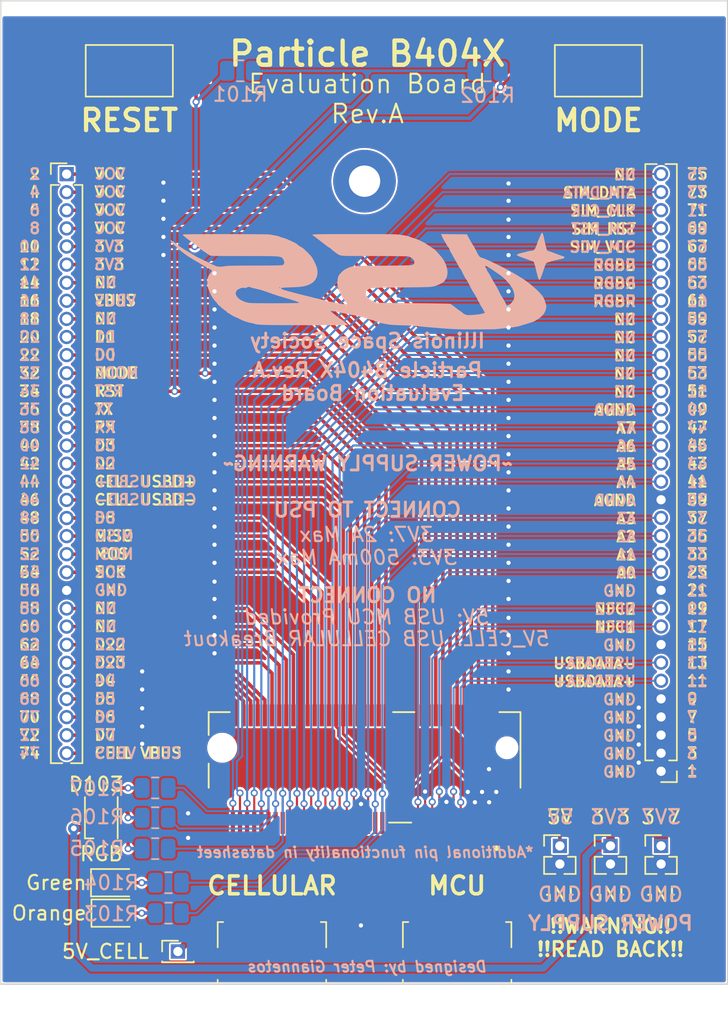
<source format=kicad_pcb>
(kicad_pcb (version 20211014) (generator pcbnew)
  (title_block (title "Particle B404X Evaluation Board") (date "2023-03-10") (rev "A") (company "Illinois Space Society") (comment 4 "Contributors: Peter Giannetos"))
  (layers (0 "F.Cu" signal) (31 "B.Cu" signal) (34 "B.Paste" user) (35 "F.Paste" user) (36 "B.SilkS" user "B.Silkscreen") (37 "F.SilkS" user "F.Silkscreen") (38 "B.Mask" user) (39 "F.Mask" user) (44 "Edge.Cuts" user))
  (net 0 "")
  (net 1 "Net-(D102-Pad2)")
  (net 2 "GND")
  (net 3 "/B404X_10")
  (net 4 "Net-(D101-Pad2)")
  (net 5 "Net-(D103-Pad4)")
  (net 6 "/B404X_2")
  (net 7 "/B404X_11")
  (net 8 "/B404X_13")
  (net 9 "/B404X_14")
  (net 10 "/B404X_16")
  (net 11 "/B404X_17")
  (net 12 "/B404X_18")
  (net 13 "/B404X_19")
  (net 14 "/B404X_20")
  (net 15 "/B404X_22")
  (net 16 "/B404X_23")
  (net 17 "/B404X_32")
  (net 18 "/B404X_33")
  (net 19 "/B404X_34")
  (net 20 "/B404X_35")
  (net 21 "/B404X_36")
  (net 22 "/B404X_37")
  (net 23 "/B404X_38")
  (net 24 "/B404X_40")
  (net 25 "/B404X_41")
  (net 26 "/B404X_42")
  (net 27 "/B404X_43")
  (net 28 "/B404X_44")
  (net 29 "Net-(D103-Pad2)")
  (net 30 "Net-(D103-Pad3)")
  (net 31 "/B404X_45")
  (net 32 "/B404X_46")
  (net 33 "/B404X_47")
  (net 34 "/B404X_48")
  (net 35 "/B404X_49")
  (net 36 "/B404X_50")
  (net 37 "/B404X_51")
  (net 38 "/B404X_52")
  (net 39 "/B404X_53")
  (net 40 "/B404X_54")
  (net 41 "/B404X_55")
  (net 42 "/B404X_57")
  (net 43 "/B404X_58")
  (net 44 "/B404X_59")
  (net 45 "/B404X_60")
  (net 46 "/B404X_61")
  (net 47 "/B404X_62")
  (net 48 "/B404X_63")
  (net 49 "/B404X_64")
  (net 50 "/B404X_65")
  (net 51 "/B404X_66")
  (net 52 "/B404X_67")
  (net 53 "/B404X_68")
  (net 54 "/B404X_69")
  (net 55 "/B404X_70")
  (net 56 "/B404X_71")
  (net 57 "/B404X_72")
  (net 58 "/B404X_73")
  (net 59 "/B404X_74")
  (net 60 "/B404X_75")
  (net 63 "/5V_CELL")
  (footprint "LED_SMD:LED_0805_2012Metric" (layer "F.Cu") (at 77.724 85.7504)
    (fp_text reference "D102" hide)
    (fp_text value "GREEN LED")
  )
  (footprint "LED_SMD:LED_0805_2012Metric" (layer "F.Cu") (at 77.7546 87.884)
    (fp_text reference "D101" hide)
    (fp_text value "ORANGE LED")
  )
  (footprint "Connector_PinHeader_1.27mm:PinHeader_1x02_P1.27mm_Vertical" (layer "F.Cu") (at 116.078 83.17)
    (fp_text reference "J106" hide)
    (fp_text value "Conn_01x02")
  )
  (footprint "Button_Switch_SMD:SW_SPST_FSMSM" (layer "F.Cu") (at 111.678 28.78 180)
    (fp_text reference "SW102" hide)
    (fp_text value "SW_Push")
  )
  (footprint "LED_SMD:LED_Cree-PLCC4_2x2mm_CW" (layer "F.Cu") (at 76.7628 81.19 90)
    (fp_text reference "D103")
    (fp_text value "LED_ABGR")
  )
  (footprint "Button_Switch_SMD:SW_SPST_FSMSM" (layer "F.Cu") (at 78.728 28.78)
    (fp_text reference "SW101" hide)
    (fp_text value "SW_Push")
  )
  (footprint "Connector_PinHeader_1.27mm:PinHeader_1x02_P1.27mm_Vertical" (layer "F.Cu") (at 112.524 83.17)
    (fp_text reference "J107" hide)
    (fp_text value "Conn_01x02")
  )
  (footprint "Connector_PinHeader_1.27mm:PinHeader_1x01_P1.27mm_Vertical" (layer "F.Cu") (at 82.1436 90.5764)
    (fp_text reference "J109" hide)
    (fp_text value "Conn_01x01")
  )
  (footprint "Connector_USB:USB_Micro-B_Molex_47346-0001" (layer "F.Cu") (at 101.753 90.2208)
    (fp_text reference "J104" hide)
    (fp_text value "USB_B_Micro")
  )
  (footprint "Connector_PinHeader_1.27mm:PinHeader_1x34_P1.27mm_Vertical" (layer "F.Cu") (at 116.078 77.93 180)
    (fp_text reference "J102" hide)
    (fp_text value "Conn_01x34")
  )
  (footprint "MountingHole:MountingHole_2.2mm_M2_Pad" (layer "F.Cu") (at 95.25 36.5252)
    (fp_text reference "H101" hide)
    (fp_text value "MountingHole")
  )
  (footprint "Connector_PinHeader_1.27mm:PinHeader_1x02_P1.27mm_Vertical" (layer "F.Cu") (at 108.97 83.17)
    (fp_text reference "J105" hide)
    (fp_text value "Conn_01x02")
  )
  (footprint "Connector_USB:USB_Micro-B_Molex_47346-0001" (layer "F.Cu") (at 88.7476 90.2208)
    (fp_text reference "J108" hide)
    (fp_text value "USB_B_Micro")
  )
  (footprint "Connector_M.2:TE_21992304" (layer "F.Cu") (at 95.253 76.28 180)
    (fp_text reference "J101" hide)
    (fp_text value "B404X")
  )
  (footprint "Connector_PinHeader_1.27mm:PinHeader_1x33_P1.27mm_Vertical" (layer "F.Cu") (at 74.328 36.03)
    (fp_text reference "J103" hide)
    (fp_text value "Conn_01x33")
  )
  (footprint "Logos_ISS:ISS_LOGO_extreme small" (layer "B.Cu") (at 95.907121 43.617364 180)
    (fp_text reference "G***" hide)
    (fp_text value "LOGO" hide)
  )
  (footprint "Resistor_SMD:R_0805_2012Metric" (layer "B.Cu") (at 80.548 79.1 180)
    (fp_text reference "R107")
    (fp_text value "1K")
  )
  (footprint "Resistor_SMD:R_0805_2012Metric" (layer "B.Cu") (at 103.89 28.78)
    (fp_text reference "R102")
    (fp_text value "10K")
  )
  (footprint "Resistor_SMD:R_0805_2012Metric" (layer "B.Cu") (at 80.548 83.36 180)
    (fp_text reference "R105")
    (fp_text value "1K")
  )
  (footprint "Resistor_SMD:R_0805_2012Metric" (layer "B.Cu") (at 81.4832 87.884 180)
    (fp_text reference "R103")
    (fp_text value "470")
  )
  (footprint "Resistor_SMD:R_0805_2012Metric" (layer "B.Cu") (at 86.5164 28.78 180)
    (fp_text reference "R101")
    (fp_text value "10K")
  )
  (footprint "Resistor_SMD:R_0805_2012Metric" (layer "B.Cu") (at 80.548 81.19 180)
    (fp_text reference "R106")
    (fp_text value "1K")
  )
  (footprint "Resistor_SMD:R_0805_2012Metric" (layer "B.Cu") (at 81.4832 85.7504 180)
    (fp_text reference "R104")
    (fp_text value "470")
  )
  (gr_rect (start 69.6976 23.8624) (end 120.7476 92.8624) (layer "Edge.Cuts") (width 0.1) (fill none))
  (gr_text "44" (at 71.730857 57.62) (layer "B.SilkS") (effects (font (size 0.75 0.75)) (justify mirror)))
  (gr_text "42" (at 71.730857 56.35) (layer "B.SilkS") (effects (font (size 0.75 0.75)) (justify mirror)))
  (gr_text "69" (at 118.623542 39.878) (layer "B.SilkS") (effects (font (size 0.75 0.75)) (justify mirror)))
  (gr_text "GND" (at 113.163 75.438) (layer "B.SilkS") (effects (font (size 0.75 0.75)) (justify mirror)))
  (gr_text "15" (at 118.623542 69.088) (layer "B.SilkS") (effects (font (size 0.75 0.75)) (justify mirror)))
  (gr_text "GND" (at 116.078 86.5632) (layer "B.SilkS") (effects (font (size 1 1)) (justify mirror)))
  (gr_text "14" (at 71.730857 43.65) (layer "B.SilkS") (effects (font (size 0.75 0.75)) (justify mirror)))
  (gr_text "NC" (at 113.538 46.228) (layer "B.SilkS") (effects (font (size 0.75 0.75)) (justify mirror)))
  (gr_text "13" (at 118.623542 70.358) (layer "B.SilkS") (effects (font (size 0.75 0.75)) (justify mirror)))
  (gr_text "61" (at 118.623542 44.958) (layer "B.SilkS") (effects (font (size 0.75 0.75)) (justify mirror)))
  (gr_text "18" (at 71.730857 46.19) (layer "B.SilkS") (effects (font (size 0.75 0.75)) (justify mirror)))
  (gr_text "*Additional pin functionality in datasheet" (at 95.3516 83.6168) (layer "B.SilkS") (effects (font (size 0.75 0.75) (thickness 0.15) italic) (justify mirror)))
  (gr_text "56" (at 71.730857 65.24) (layer "B.SilkS") (effects (font (size 0.75 0.75)) (justify mirror)))
  (gr_text "11" (at 118.623542 71.628) (layer "B.SilkS") (effects (font (size 0.75 0.75)) (justify mirror)))
  (gr_text "74" (at 71.730857 76.67) (layer "B.SilkS") (effects (font (size 0.75 0.75)) (justify mirror)))
  (gr_text "D8" (at 77.029428 60.1472) (layer "B.SilkS") (effects (font (size 0.75 0.75)) (justify mirror)))
  (gr_text "64" (at 71.730857 70.32) (layer "B.SilkS") (effects (font (size 0.75 0.75)) (justify mirror)))
  (gr_text "7" (at 118.2664 74.168) (layer "B.SilkS") (effects (font (size 0.75 0.75)) (justify mirror)))
  (gr_text "MOSI" (at 77.654428 62.6872) (layer "B.SilkS") (effects (font (size 0.75 0.75)) (justify mirror)))
  (gr_text "AGND" (at 112.841571 52.578) (layer "B.SilkS") (effects (font (size 0.75 0.75)) (justify mirror)))
  (gr_text "VBUS" (at 77.743713 44.9072) (layer "B.SilkS") (effects (font (size 0.75 0.75)) (justify mirror)))
  (gr_text "NFC1" (at 112.859428 67.818) (layer "B.SilkS") (effects (font (size 0.75 0.75)) (justify mirror)))
  (gr_text "8" (at 72.088 39.84) (layer "B.SilkS") (effects (font (size 0.75 0.75)) (justify mirror)))
  (gr_text "19" (at 118.623542 66.548) (layer "B.SilkS") (effects (font (size 0.75 0.75)) (justify mirror)))
  (gr_text "GND" (at 112.522 86.5632) (layer "B.SilkS") (effects (font (size 1 1)) (justify mirror)))
  (gr_text "53" (at 118.623542 50.038) (layer "B.SilkS") (effects (font (size 0.75 0.75)) (justify mirror)))
  (gr_text "D0" (at 77.029428 48.7172) (layer "B.SilkS") (effects (font (size 0.75 0.75)) (justify mirror)))
  (gr_text "GND" (at 113.163 72.898) (layer "B.SilkS") (effects (font (size 0.75 0.75)) (justify mirror)))
  (gr_text "D1" (at 77.029428 47.4472) (layer "B.SilkS") (effects (font (size 0.75 0.75)) (justify mirror)))
  (gr_text "D3" (at 77.029428 55.0672) (layer "B.SilkS") (effects (font (size 0.75 0.75)) (justify mirror)))
  (gr_text "A3" (at 113.627285 60.198) (layer "B.SilkS") (effects (font (size 0.75 0.75)) (justify mirror)))
  (gr_text "GND" (at 113.163 76.708) (layer "B.SilkS") (effects (font (size 0.75 0.75)) (justify mirror)))
  (gr_text "NC" (at 113.538 50.038) (layer "B.SilkS") (effects (font (size 0.75 0.75)) (justify mirror)))
  (gr_text "NC" (at 113.538 47.498) (layer "B.SilkS") (effects (font (size 0.75 0.75)) (justify mirror)))
  (gr_text "NC" (at 77.065142 66.4972) (layer "B.SilkS") (effects (font (size 0.75 0.75)) (justify mirror)))
  (gr_text "63" (at 118.623542 43.688) (layer "B.SilkS") (effects (font (size 0.75 0.75)) (justify mirror)))
  (gr_text "5V: USB MCU Provided" (at 95.453 67.1068) (layer "B.SilkS") (effects (font (size 1 1) (thickness 0.15) italic) (justify mirror)))
  (gr_text "4" (at 72.088 37.3) (layer "B.SilkS") (effects (font (size 0.75 0.75)) (justify mirror)))
  (gr_text "72" (at 71.730857 75.4) (layer "B.SilkS") (effects (font (size 0.75 0.75)) (justify mirror)))
  (gr_text "GND" (at 77.440142 65.2272) (layer "B.SilkS") (effects (font (size 0.75 0.75)) (justify mirror)))
  (gr_text "1" (at 118.2664 77.978) (layer "B.SilkS") (effects (font (size 0.75 0.75)) (justify mirror)))
  (gr_text "CELL VBUS" (at 79.350856 76.6572) (layer "B.SilkS") (effects (font (size 0.75 0.75)) (justify mirror)))
  (gr_text "RGBR" (at 112.805857 44.958) (layer "B.SilkS") (effects (font (size 0.75 0.75)) (justify mirror)))
  (gr_text "65" (at 118.623542 42.418) (layer "B.SilkS") (effects (font (size 0.75 0.75)) (justify mirror)))
  (gr_text "GND" (at 113.163 74.168) (layer "B.SilkS") (effects (font (size 0.75 0.75)) (justify mirror)))
  (gr_text "2" (at 72.088 36.03) (layer "B.SilkS") (effects (font (size 0.75 0.75)) (justify mirror)))
  (gr_text "VCC" (at 77.368713 39.8272) (layer "B.SilkS") (effects (font (size 0.75 0.75)) (justify mirror)))
  (gr_text "35" (at 118.623542 61.468) (layer "B.SilkS") (effects (font (size 0.75 0.75)) (justify mirror)))
  (gr_text "40" (at 71.730857 55.08) (layer "B.SilkS") (effects (font (size 0.75 0.75)) (justify mirror)))
  (gr_text "NFC2" (at 112.859428 66.548) (layer "B.SilkS") (effects (font (size 0.75 0.75)) (justify mirror)))
  (gr_text "3V3" (at 77.332999 42.3672) (layer "B.SilkS") (effects (font (size 0.75 0.75)) (justify mirror)))
  (gr_text "21" (at 118.623542 65.278) (layer "B.SilkS") (effects (font (size 0.75 0.75)) (justify mirror)))
  (gr_text "D5" (at 77.029428 72.8472) (layer "B.SilkS") (effects (font (size 0.75 0.75)) (justify mirror)))
  (gr_text "SIM_CLK" (at 112.002285 38.608) (layer "B.SilkS") (effects (font (size 0.75 0.75)) (justify mirror)))
  (gr_text "VCC" (at 77.368713 38.5572) (layer "B.SilkS") (effects (font (size 0.75 0.75)) (justify mirror)))
  (gr_text "10" (at 71.730857 41.11) (layer "B.SilkS") (effects (font (size 0.75 0.75)) (justify mirror)))
  (gr_text "73" (at 118.623542 37.338) (layer "B.SilkS") (effects (font (size 0.75 0.75)) (justify mirror)))
  (gr_text "D7" (at 77.029428 75.3872) (layer "B.SilkS") (effects (font (size 0.75 0.75)) (justify mirror)))
  (gr_text "3V7: 2A Max\n3V3: 500mA Max" (at 95.453 62.125447) (layer "B.SilkS") (effects (font (size 1 1) (thickness 0.15) italic) (justify mirror)))
  (gr_text "60" (at 71.730857 67.78) (layer "B.SilkS") (effects (font (size 0.75 0.75)) (justify mirror)))
  (gr_text "RST" (at 77.315142 51.2572) (layer "B.SilkS") (effects (font (size 0.75 0.75)) (justify mirror)))
  (gr_text "MODE" (at 77.832999 49.9872) (layer "B.SilkS") (effects (font (size 0.75 0.75)) (justify mirror)))
  (gr_text "37" (at 118.623542 60.198) (layer "B.SilkS") (effects (font (size 0.75 0.75)) (justify mirror)))
  (gr_text "5V" (at 109.0168 81.1276) (layer "B.SilkS") (effects (font (size 1 1)) (justify mirror)))
  (gr_text "D23" (at 77.38657 70.3072) (layer "B.SilkS") (effects (font (size 0.75 0.75)) (justify mirror)))
  (gr_text "~POWER SUPPLY WARNING~" (at 95.453 56.3372) (layer "B.SilkS") (effects (font (size 1 1) (thickness 0.2)) (justify mirror)))
  (gr_text "CELL USBD-" (at 79.868713 58.8772) (layer "B.SilkS") (effects (font (size 0.75 0.75)) (justify mirror)))
  (gr_text "Particle B404X Rev.A\nEvaluation Board " (at 95.453 50.594764) (layer "B.SilkS") (effects (font (size 1 1) (thickness 0.2)) (justify mirror)))
  (gr_text "71" (at 118.623542 38.608) (layer "B.SilkS") (effects (font (size 0.75 0.75)) (justify mirror)))
  (gr_text "6" (at 72.088 38.57) (layer "B.SilkS") (effects (font (size 0.75 0.75)) (justify mirror)))
  (gr_text "A0" (at 113.627285 64.008) (layer "B.SilkS") (effects (font (size 0.75 0.75)) (justify mirror)))
  (gr_text "12" (at 71.730857 42.38) (layer "B.SilkS") (effects (font (size 0.75 0.75)) (justify mirror)))
  (gr_text "VCC" (at 77.368713 37.2872) (layer "B.SilkS") (effects (font (size 0.75 0.75)) (justify mirror)))
  (gr_text "3" (at 118.2664 76.708) (layer "B.SilkS") (effects (font (size 0.75 0.75)) (justify mirror)))
  (gr_text "23" (at 118.623542 64.008) (layer "B.SilkS") (effects (font (size 0.75 0.75)) (justify mirror)))
  (gr_text "34" (at 71.730857 51.27) (layer "B.SilkS") (effects (font (size 0.75 0.75)) (justify mirror)))
  (gr_text "57" (at 118.623542 47.498) (layer "B.SilkS") (effects (font (size 0.75 0.75)) (justify mirror)))
  (gr_text "43" (at 118.623542 56.388) (layer "B.SilkS") (effects (font (size 0.75 0.75)) (justify mirror)))
  (gr_text "SIM_VCC" (at 111.984428 41.148) (layer "B.SilkS") (effects (font (size 0.75 0.75)) (justify mirror)))
  (gr_text "51" (at 118.623542 51.308) (layer "B.SilkS") (effects (font (size 0.75 0.75)) (justify mirror)))
  (gr_text "D4" (at 77.029428 71.5772) (layer "B.SilkS") (effects (font (size 0.75 0.75)) (justify mirror)))
  (gr_text "RGBB" (at 112.805857 42.418) (layer "B.SilkS") (effects (font (size 0.75 0.75)) (justify mirror)))
  (gr_text "58" (at 71.730857 66.51) (layer "B.SilkS") (effects (font (size 0.75 0.75)) (justify mirror)))
  (gr_text "59" (at 118.623542 46.228) (layer "B.SilkS") (effects (font (size 0.75 0.75)) (justify mirror)))
  (gr_text "50" (at 71.730857 61.43) (layer "B.SilkS") (effects (font (size 0.75 0.75)) (justify mirror)))
  (gr_text "52" (at 71.730857 62.7) (layer "B.SilkS") (effects (font (size 0.75 0.75)) (justify mirror)))
  (gr_text "CONNECT TO PSU" (at 95.453 59.585447) (layer "B.SilkS") (effects (font (size 1 1) (thickness 0.2)) (justify mirror)))
  (gr_text "32" (at 71.730857 50) (layer "B.SilkS") (effects (font (size 0.75 0.75)) (justify mirror)))
  (gr_text "GND" (at 113.163 69.088) (layer "B.SilkS") (effects (font (size 0.75 0.75)) (justify mirror)))
  (gr_text "USBDATA+" (at 111.413 71.628) (layer "B.SilkS") (effects (font (size 0.75 0.75)) (justify mirror)))
  (gr_text "48" (at 71.730857 60.16) (layer "B.SilkS") (effects (font (size 0.75 0.75)) (justify mirror)))
  (gr_text "POWER SUPPLY" (at 112.522 88.5952) (layer "B.SilkS") (effects (font (size 1 1) (thickness 0.2)) (justify mirror)))
  (gr_text "TX" (at 76.940142 52.5272) (layer "B.SilkS") (effects (font (size 0.75 0.75)) (justify mirror)))
  (gr_text "45" (at 118.623542 55.118) (layer "B.SilkS") (effects (font (size 0.75 0.75)) (justify mirror)))
  (gr_text "36" (at 71.730857 52.54) (layer "B.SilkS") (effects (font (size 0.75 0.75)) (justify mirror)))
  (gr_text "70" (at 71.730857 74.13) (layer "B.SilkS") (effects (font (size 0.75 0.75)) (justify mirror)))
  (gr_text "A7" (at 113.627285 53.848) (layer "B.SilkS") (effects (font (size 0.75 0.75)) (justify mirror)))
  (gr_text "41" (at 118.623542 57.658) (layer "B.SilkS") (effects (font (size 0.75 0.75)) (justify mirror)))
  (gr_text "RX" (at 77.029428 53.7972) (layer "B.SilkS") (effects (font (size 0.75 0.75)) (justify mirror)))
  (gr_text "66" (at 71.730857 71.59) (layer "B.SilkS") (effects (font (size 0.75 0.75)) (justify mirror)))
  (gr_text "CELL USBD+" (at 79.868713 57.6072) (layer "B.SilkS") (effects (font (size 0.75 0.75)) (justify mirror)))
  (gr_text "55" (at 118.623542 48.768) (layer "B.SilkS") (effects (font (size 0.75 0.75)) (justify mirror)))
  (gr_text "A2" (at 113.627285 61.468) (layer "B.SilkS") (effects (font (size 0.75 0.75)) (justify mirror)))
  (gr_text "NC" (at 113.538 51.308) (layer "B.SilkS") (effects (font (size 0.75 0.75)) (justify mirror)))
  (gr_text "SCK" (at 77.404428 63.9572) (layer "B.SilkS") (effects (font (size 0.75 0.75)) (justify mirror)))
  (gr_text "SIM_DATA" (at 111.752285 37.338) (layer "B.SilkS") (effects (font (size 0.75 0.75)) (justify mirror)))
  (gr_text "75" (at 118.623542 36.068) (layer "B.SilkS") (effects (font (size 0.75 0.75)) (justify mirror)))
  (gr_text "D2" (at 77.029428 56.3372) (layer "B.SilkS") (effects (font (size 0.75 0.75)) (justify mirror)))
  (gr_text "33" (at 118.623542 62.738) (layer "B.SilkS") (effects (font (size 0.75 0.75)) (justify mirror)))
  (gr_text "20" (at 71.730857 47.46) (layer "B.SilkS") (effects (font (size 0.75 0.75)) (justify mirror)))
  (gr_text "38" (at 71.730857 53.81) (layer "B.SilkS") (effects (font (size 0.75 0.75)) (justify mirror)))
  (gr_text "17" (at 118.623542 67.818) (layer "B.SilkS") (effects (font (size 0.75 0.75)) (justify mirror)))
  (gr_text "NC" (at 113.538 36.068) (layer "B.SilkS") (effects (font (size 0.75 0.75)) (justify mirror)))
  (gr_text "RGBG" (at 112.805857 43.688) (layer "B.SilkS") (effects (font (size 0.75 0.75)) (justify mirror)))
  (gr_text "22" (at 71.730857 48.73) (layer "B.SilkS") (effects (font (size 0.75 0.75)) (justify mirror)))
  (gr_text "68" (at 71.730857 72.86) (layer "B.SilkS") (effects (font (size 0.75 0.75)) (justify mirror)))
  (gr_text "USBDATA-" (at 111.413 70.358) (layer "B.SilkS") (effects (font (size 0.75 0.75)) (justify mirror)))
  (gr_text "NO CONNECT" (at 95.453 65.579847) (layer "B.SilkS") (effects (font (size 1 1) (thickness 0.2)) (justify mirror)))
  (gr_text "39" (at 118.623542 58.928) (layer "B.SilkS") (effects (font (size 0.75 0.75)) (justify mirror)))
  (gr_text "5V_CELL: USB CELLULAR Breakout" (at 95.453 68.6308) (layer "B.SilkS") (effects (font (size 1 1) (thickness 0.15) italic) (justify mirror)))
  (gr_text "D22" (at 77.38657 69.0372) (layer "B.SilkS") (effects (font (size 0.75 0.75)) (justify mirror)))
  (gr_text "3V3" (at 112.522 81.1276) (layer "B.SilkS") (effects (font (size 1 1)) (justify mirror)))
  (gr_text "54" (at 71.730857 63.97) (layer "B.SilkS") (effects (font (size 0.75 0.75)) (justify mirror)))
  (gr_text "NC" (at 77.065142 46.1772) (layer "B.SilkS") (effects (font (size 0.75 0.75)) (justify mirror)))
  (gr_text "A5" (at 113.627285 56.388) (layer "B.SilkS") (effects (font (size 0.75 0.75)) (justify mirror)))
  (gr_text "9" (at 118.2664 72.898) (layer "B.SilkS") (effects (font (size 0.75 0.75)) (justify mirror)))
  (gr_text "NC" (at 77.065142 67.7672) (layer "B.SilkS") (effects (font (size 0.75 0.75)) (justify mirror)))
  (gr_text "67" (at 118.623542 41.148) (layer "B.SilkS") (effects (font (size 0.75 0.75)) (justify mirror)))
  (gr_text "AGND" (at 112.841571 58.928) (layer "B.SilkS") (effects (font (size 0.75 0.75)) (justify mirror)))
  (gr_text "VCC" (at 77.368713 36.0172) (layer "B.SilkS") (effects (font (size 0.75 0.75)) (justify mirror)))
  (gr_text "3V3" (at 77.332999 41.0972) (layer "B.SilkS") (effects (font (size 0.75 0.75)) (justify mirror)))
  (gr_text "MISO" (at 77.654428 61.4172) (layer "B.SilkS") (effects (font (size 0.75 0.75)) (justify mirror)))
  (gr_text "A4" (at 113.627285 57.658) (layer "B.SilkS") (effects (font (size 0.75 0.75)) (justify mirror)))
  (gr_text "16" (at 71.730857 44.92) (layer "B.SilkS") (effects (font (size 0.75 0.75)) (justify mirror)))
  (gr_text "SIM_RST" (at 112.038 39.878) (layer "B.SilkS") (effects (font (size 0.75 0.75)) (justify mirror)))
  (gr_text "NC" (at 113.538 48.768) (layer "B.SilkS") (effects (font (size 0.75 0.75)) (justify mirror)))
  (gr_text "47" (at 118.623542 53.848) (layer "B.SilkS") (effects (font (size 0.75 0.75)) (justify mirror)))
  (gr_text "GND" (at 108.966 86.5632) (layer "B.SilkS") (effects (font (size 1 1)) (justify mirror)))
  (gr_text "GND" (at 113.163 77.978) (layer "B.SilkS") (effects (font (size 0.75 0.75)) (justify mirror)))
  (gr_text "46" (at 71.730857 58.89) (layer "B.SilkS") (effects (font (size 0.75 0.75)) (justify mirror)))
  (gr_text "Illinois Space Society" (at 95.453 47.727364) (layer "B.SilkS") (effects (font (size 1 1) (thickness 0.2)) (justify mirror)))
  (gr_text "Designed by: Peter Giannetos" (at 95.4532 91.6432) (layer "B.SilkS") (effects (font (size 0.75 0.75) (thickness 0.15) italic) (justify mirror)))
  (gr_text "D6" (at 77.029428 74.1172) (layer "B.SilkS") (effects (font (size 0.75 0.75)) (justify mirror)))
  (gr_text "62" (at 71.730857 69.05) (layer "B.SilkS") (effects (font (size 0.75 0.75)) (justify mirror)))
  (gr_text "5" (at 118.2664 75.438) (layer "B.SilkS") (effects (font (size 0.75 0.75)) (justify mirror)))
  (gr_text "3V7" (at 116.078 81.1276) (layer "B.SilkS") (effects (font (size 1 1)) (justify mirror)))
  (gr_text "A6" (at 113.627285 55.118) (layer "B.SilkS") (effects (font (size 0.75 0.75)) (justify mirror)))
  (gr_text "49" (at 118.623542 52.578) (layer "B.SilkS") (effects (font (size 0.75 0.75)) (justify mirror)))
  (gr_text "A1" (at 113.627285 62.738) (layer "B.SilkS") (effects (font (size 0.75 0.75)) (justify mirror)))
  (gr_text "NC" (at 77.065142 43.6372) (layer "B.SilkS") (effects (font (size 0.75 0.75)) (justify mirror)))
  (gr_text "GND" (at 113.163 65.278) (layer "B.SilkS") (effects (font (size 0.75 0.75)) (justify mirror)))
  (gr_text "41" (at 118.623542 57.61) (layer "F.SilkS") (effects (font (size 0.75 0.75))))
  (gr_text "16" (at 71.730857 44.92) (layer "F.SilkS") (effects (font (size 0.75 0.75))))
  (gr_text "60" (at 71.730857 67.78) (layer "F.SilkS") (effects (font (size 0.75 0.75))))
  (gr_text "68" (at 71.730857 72.86) (layer "F.SilkS") (effects (font (size 0.75 0.75))))
  (gr_text "49" (at 118.623542 52.53) (layer "F.SilkS") (effects (font (size 0.75 0.75))))
  (gr_text "71" (at 118.623542 38.56) (layer "F.SilkS") (effects (font (size 0.75 0.75))))
  (gr_text "MODE" (at 111.678 32.2652) (layer "F.SilkS") (effects (font (size 1.5 1.5) (thickness 0.3))))
  (gr_text "A1" (at 113.627285 62.738) (layer "F.SilkS") (effects (font (size 0.75 0.75))))
  (gr_text "A4" (at 113.627285 57.658) (layer "F.SilkS") (effects (font (size 0.75 0.75))))
  (gr_text "NC" (at 77.065142 43.6372) (layer "F.SilkS") (effects (font (size 0.75 0.75))))
  (gr_text "VCC" (at 77.368713 38.5572) (layer "F.SilkS") (effects (font (size 0.75 0.75))))
  (gr_text "7" (at 118.2664 74.12) (layer "F.SilkS") (effects (font (size 0.75 0.75))))
  (gr_text "48" (at 71.730857 60.16) (layer "F.SilkS") (effects (font (size 0.75 0.75))))
  (gr_text "50" (at 71.730857 61.43) (layer "F.SilkS") (effects (font (size 0.75 0.75))))
  (gr_text "5V" (at 108.97 81.1348) (layer "F.SilkS") (effects (font (size 1 1))))
  (gr_text "47" (at 118.623542 53.8) (layer "F.SilkS") (effects (font (size 0.75 0.75))))
  (gr_text "44" (at 71.730857 57.62) (layer "F.SilkS") (effects (font (size 0.75 0.75))))
  (gr_text "GND" (at 112.524 86.5704) (layer "F.SilkS") (effects (font (size 1 1))))
  (gr_text "19" (at 118.623542 66.5) (layer "F.SilkS") (effects (font (size 0.75 0.75))))
  (gr_text "1" (at 118.2664 77.93) (layer "F.SilkS") (effects (font (size 0.75 0.75))))
  (gr_text "NC" (at 77.065142 67.7672) (layer "F.SilkS") (effects (font (size 0.75 0.75))))
  (gr_text "D23" (at 77.38657 70.3072) (layer "F.SilkS") (effects (font (size 0.75 0.75))))
  (gr_text "62" (at 71.730857 69.05) (layer "F.SilkS") (effects (font (size 0.75 0.75))))
  (gr_text "D4" (at 77.029428 71.5772) (layer "F.SilkS") (effects (font (size 0.75 0.75))))
  (gr_text "A3" (at 113.627285 60.198) (layer "F.SilkS") (effects (font (size 0.75 0.75))))
  (gr_text "GND" (at 113.163 76.708) (layer "F.SilkS") (effects (font (size 0.75 0.75))))
  (gr_text "23" (at 118.623542 63.96) (layer "F.SilkS") (effects (font (size 0.75 0.75))))
  (gr_text "CELLULAR" (at 88.753 85.9608) (layer "F.SilkS") (effects (font (size 1.25 1.25) (thickness 0.25))))
  (gr_text "GND" (at 113.163 75.438) (layer "F.SilkS") (effects (font (size 0.75 0.75))))
  (gr_text "36" (at 71.730857 52.54) (layer "F.SilkS") (effects (font (size 0.75 0.75))))
  (gr_text "MOSI" (at 77.654428 62.6872) (layer "F.SilkS") (effects (font (size 0.75 0.75))))
  (gr_text "34" (at 71.730857 51.27) (layer "F.SilkS") (effects (font (size 0.75 0.75))))
  (gr_text "Green" (at 73.6012 85.7504) (layer "F.SilkS") (effects (font (size 1 1))))
  (gr_text "RGB" (at 76.7628 83.7256) (layer "F.SilkS") (effects (font (size 1 1))))
  (gr_text "21" (at 118.623542 65.23) (layer "F.SilkS") (effects (font (size 0.75 0.75))))
  (gr_text "VBUS" (at 77.743713 44.9072) (layer "F.SilkS") (effects (font (size 0.75 0.75))))
  (gr_text "D5" (at 77.029428 72.8472) (layer "F.SilkS") (effects (font (size 0.75 0.75))))
  (gr_text "NC" (at 113.538 51.308) (layer "F.SilkS") (effects (font (size 0.75 0.75))))
  (gr_text "54" (at 71.730857 63.97) (layer "F.SilkS") (effects (font (size 0.75 0.75))))
  (gr_text "A7" (at 113.627285 53.848) (layer "F.SilkS") (effects (font (size 0.75 0.75))))
  (gr_text "33" (at 118.623542 62.69) (layer "F.SilkS") (effects (font (size 0.75 0.75))))
  (gr_text "75" (at 118.623542 36.02) (layer "F.SilkS") (effects (font (size 0.75 0.75))))
  (gr_text "4" (at 72.088 37.3) (layer "F.SilkS") (effects (font (size 0.75 0.75))))
  (gr_text "CELL VBUS" (at 79.350856 76.6572) (layer "F.SilkS") (effects (font (size 0.75 0.75))))
  (gr_text "VCC" (at 77.368713 39.8272) (layer "F.SilkS") (effects (font (size 0.75 0.75))))
  (gr_text "Rev.A" (at 95.453 31.8008) (layer "F.SilkS") (effects (font (size 1.3 1.3))))
  (gr_text "A6" (at 113.627285 55.118) (layer "F.SilkS") (effects (font (size 0.75 0.75))))
  (gr_text "MISO" (at 77.654428 61.4172) (layer "F.SilkS") (effects (font (size 0.75 0.75))))
  (gr_text "GND" (at 108.97 86.5704) (layer "F.SilkS") (effects (font (size 1 1))))
  (gr_text "18" (at 71.730857 46.19) (layer "F.SilkS") (effects (font (size 0.75 0.75))))
  (gr_text "20" (at 71.730857 47.46) (layer "F.SilkS") (effects (font (size 0.75 0.75))))
  (gr_text "11" (at 118.623542 71.58) (layer "F.SilkS") (effects (font (size 0.75 0.75))))
  (gr_text "RGBG" (at 112.805857 43.688) (layer "F.SilkS") (effects (font (size 0.75 0.75))))
  (gr_text "53" (at 118.623542 49.99) (layer "F.SilkS") (effects (font (size 0.75 0.75))))
  (gr_text "Particle B404X" (at 95.453 27.5844) (layer "F.SilkS") (effects (font (size 1.7 1.7) (thickness 0.3))))
  (gr_text "NC" (at 113.538 48.768) (layer "F.SilkS") (effects (font (size 0.75 0.75))))
  (gr_text "D2" (at 77.029428 56.3372) (layer "F.SilkS") (effects (font (size 0.75 0.75))))
  (gr_text "73" (at 118.623542 37.29) (layer "F.SilkS") (effects (font (size 0.75 0.75))))
  (gr_text "74" (at 71.730857 76.67) (layer "F.SilkS") (effects (font (size 0.75 0.75))))
  (gr_text "RESET" (at 78.728 32.2652) (layer "F.SilkS") (effects (font (size 1.5 1.5) (thickness 0.3))))
  (gr_text "37" (at 118.623542 60.15) (layer "F.SilkS") (effects (font (size 0.75 0.75))))
  (gr_text "D6" (at 77.029428 74.1172) (layer "F.SilkS") (effects (font (size 0.75 0.75))))
  (gr_text "56" (at 71.730857 65.24) (layer "F.SilkS") (effects (font (size 0.75 0.75))))
  (gr_text "3V7" (at 116.078 81.1348) (layer "F.SilkS") (effects (font (size 1 1))))
  (gr_text "8" (at 72.088 39.84) (layer "F.SilkS") (effects (font (size 0.75 0.75))))
  (gr_text "AGND" (at 112.841571 52.578) (layer "F.SilkS") (effects (font (size 0.75 0.75))))
  (gr_text "!!READ BACK!!" (at 112.522 90.424) (layer "F.SilkS") (effects (font (size 1 1) (thickness 0.2))))
  (gr_text "NC" (at 77.065142 66.4972) (layer "F.SilkS") (effects (font (size 0.75 0.75))))
  (gr_text "SIM_DATA" (at 111.752285 37.338) (layer "F.SilkS") (effects (font (size 0.75 0.75))))
  (gr_text "64" (at 71.730857 70.32) (layer "F.SilkS") (effects (font (size 0.75 0.75))))
  (gr_text "Orange" (at 73.1012 87.884) (layer "F.SilkS") (effects (font (size 1 1))))
  (gr_text "SIM_VCC" (at 111.984428 41.148) (layer "F.SilkS") (effects (font (size 0.75 0.75))))
  (gr_text "A5" (at 113.627285 56.388) (layer "F.SilkS") (effects (font (size 0.75 0.75))))
  (gr_text "TX" (at 76.940142 52.5272) (layer "F.SilkS") (effects (font (size 0.75 0.75))))
  (gr_text "52" (at 71.730857 62.7) (layer "F.SilkS") (effects (font (size 0.75 0.75))))
  (gr_text "22" (at 71.730857 48.73) (layer "F.SilkS") (effects (font (size 0.75 0.75))))
  (gr_text "USBDATA+" (at 111.413 71.628) (layer "F.SilkS") (effects (font (size 0.75 0.75))))
  (gr_text "GND" (at 113.163 74.168) (layer "F.SilkS") (effects (font (size 0.75 0.75))))
  (gr_text "NC" (at 113.538 36.068) (layer "F.SilkS") (effects (font (size 0.75 0.75))))
  (gr_text "GND" (at 113.163 77.978) (layer "F.SilkS") (effects (font (size 0.75 0.75))))
  (gr_text "RGBB" (at 112.805857 42.418) (layer "F.SilkS") (effects (font (size 0.75 0.75))))
  (gr_text "12" (at 71.730857 42.38) (layer "F.SilkS") (effects (font (size 0.75 0.75))))
  (gr_text "VCC" (at 77.368713 36.0172) (layer "F.SilkS") (effects (font (size 0.75 0.75))))
  (gr_text "40" (at 71.730857 55.08) (layer "F.SilkS") (effects (font (size 0.75 0.75))))
  (gr_text "69" (at 118.623542 39.83) (layer "F.SilkS") (effects (font (size 0.75 0.75))))
  (gr_text "D22" (at 77.38657 69.0372) (layer "F.SilkS") (effects (font (size 0.75 0.75))))
  (gr_text "39" (at 118.623542 58.88) (layer "F.SilkS") (effects (font (size 0.75 0.75))))
  (gr_text "61" (at 118.623542 44.91) (layer "F.SilkS") (effects (font (size 0.75 0.75))))
  (gr_text "66" (at 71.730857 71.59) (layer "F.SilkS") (effects (font (size 0.75 0.75))))
  (gr_text "RX" (at 77.029428 53.7972) (layer "F.SilkS") (effects (font (size 0.75 0.75))))
  (gr_text "2" (at 72.088 36.03) (layer "F.SilkS") (effects (font (size 0.75 0.75))))
  (gr_text "38" (at 71.730857 53.81) (layer "F.SilkS") (effects (font (size 0.75 0.75))))
  (gr_text "42" (at 71.730857 56.35) (layer "F.SilkS") (effects (font (size 0.75 0.75))))
  (gr_text "9" (at 118.2664 72.85) (layer "F.SilkS") (effects (font (size 0.75 0.75))))
  (gr_text "Evaluation Board" (at 95.453 29.6926) (layer "F.SilkS") (effects (font (size 1.3 1.3))))
  (gr_text "D0" (at 77.029428 48.7172) (layer "F.SilkS") (effects (font (size 0.75 0.75))))
  (gr_text "72" (at 71.730857 75.4) (layer "F.SilkS") (effects (font (size 0.75 0.75))))
  (gr_text "D3" (at 77.029428 55.0672) (layer "F.SilkS") (effects (font (size 0.75 0.75))))
  (gr_text "NC" (at 113.538 50.038) (layer "F.SilkS") (effects (font (size 0.75 0.75))))
  (gr_text "14" (at 71.730857 43.65) (layer "F.SilkS") (effects (font (size 0.75 0.75))))
  (gr_text "SCK" (at 77.404428 63.9572) (layer "F.SilkS") (effects (font (size 0.75 0.75))))
  (gr_text "63" (at 118.623542 43.64) (layer "F.SilkS") (effects (font (size 0.75 0.75))))
  (gr_text "5V_CELL" (at 77.055891 90.5764) (layer "F.SilkS") (effects (font (size 1 1))))
  (gr_text "10" (at 71.730857 41.11) (layer "F.SilkS") (effects (font (size 0.75 0.75))))
  (gr_text "NFC2" (at 112.859428 66.548) (layer "F.SilkS") (effects (font (size 0.75 0.75))))
  (gr_text "13" (at 118.623542 70.31) (layer "F.SilkS") (effects (font (size 0.75 0.75))))
  (gr_text "55" (at 118.623542 48.72) (layer "F.SilkS") (effects (font (size 0.75 0.75))))
  (gr_text "3V3" (at 77.332999 41.0972) (layer "F.SilkS") (effects (font (size 0.75 0.75))))
  (gr_text "D1" (at 77.029428 47.4472) (layer "F.SilkS") (effects (font (size 0.75 0.75))))
  (gr_text "3V3" (at 112.524 81.1348) (layer "F.SilkS") (effects (font (size 1 1))))
  (gr_text "MODE" (at 77.832999 49.9872) (layer "F.SilkS") (effects (font (size 0.75 0.75))))
  (gr_text "3V3" (at 77.332999 42.3672) (layer "F.SilkS") (effects (font (size 0.75 0.75))))
  (gr_text "35" (at 118.623542 61.42) (layer "F.SilkS") (effects (font (size 0.75 0.75))))
  (gr_text "AGND" (at 112.841571 58.928) (layer "F.SilkS") (effects (font (size 0.75 0.75))))
  (gr_text "58" (at 71.730857 66.51) (layer "F.SilkS") (effects (font (size 0.75 0.75))))
  (gr_text "6" (at 72.088 38.57) (layer "F.SilkS") (effects (font (size 0.75 0.75))))
  (gr_text "A0" (at 113.627285 64.008) (layer "F.SilkS") (effects (font (size 0.75 0.75))))
  (gr_text "GND" (at 77.440142 65.2272) (layer "F.SilkS") (effects (font (size 0.75 0.75))))
  (gr_text "NC" (at 113.538 46.228) (layer "F.SilkS") (effects (font (size 0.75 0.75))))
  (gr_text "70" (at 71.730857 74.13) (layer "F.SilkS") (effects (font (size 0.75 0.75))))
  (gr_text "USBDATA-" (at 111.413 70.358) (layer "F.SilkS") (effects (font (size 0.75 0.75))))
  (gr_text "NC" (at 77.065142 46.1772) (layer "F.SilkS") (effects (font (size 0.75 0.75))))
  (gr_text "GND" (at 113.163 72.898) (layer "F.SilkS") (effects (font (size 0.75 0.75))))
  (gr_text "32" (at 71.730857 50) (layer "F.SilkS") (effects (font (size 0.75 0.75))))
  (gr_text "NFC1" (at 112.859428 67.818) (layer "F.SilkS") (effects (font (size 0.75 0.75))))
  (gr_text "3" (at 118.2664 76.66) (layer "F.SilkS") (effects (font (size 0.75 0.75))))
  (gr_text "NC" (at 113.538 47.498) (layer "F.SilkS") (effects (font (size 0.75 0.75))))
  (gr_text "CELL USBD-" (at 79.868713 58.8772) (layer "F.SilkS") (effects (font (size 0.75 0.75))))
  (gr_text "!!WARNING!!" (at 112.522 88.7984) (layer "F.SilkS") (effects (font (size 1 1) (thickness 0.2))))
  (gr_text "SIM_CLK" (at 112.002285 38.608) (layer "F.SilkS") (effects (font (size 0.75 0.75))))
  (gr_text "51" (at 118.623542 51.26) (layer "F.SilkS") (effects (font (size 0.75 0.75))))
  (gr_text "GND" (at 113.163 69.088) (layer "F.SilkS") (effects (font (size 0.75 0.75))))
  (gr_text "57" (at 118.623542 47.45) (layer "F.SilkS") (effects (font (size 0.75 0.75))))
  (gr_text "RST" (at 77.315142 51.2572) (layer "F.SilkS") (effects (font (size 0.75 0.75))))
  (gr_text "65" (at 118.623542 42.37) (layer "F.SilkS") (effects (font (size 0.75 0.75))))
  (gr_text "SIM_RST" (at 112.038 39.878) (layer "F.SilkS") (effects (font (size 0.75 0.75))))
  (gr_text "43" (at 118.623542 56.34) (layer "F.SilkS") (effects (font (size 0.75 0.75))))
  (gr_text "GND" (at 116.078 86.5704) (layer "F.SilkS") (effects (font (size 1 1))))
  (gr_text "GND" (at 113.163 65.278) (layer "F.SilkS") (effects (font (size 0.75 0.75))))
  (gr_text "17" (at 118.623542 67.77) (layer "F.SilkS") (effects (font (size 0.75 0.75))))
  (gr_text "15" (at 118.623542 69.04) (layer "F.SilkS") (effects (font (size 0.75 0.75))))
  (gr_text "D8" (at 77.029428 60.1472) (layer "F.SilkS") (effects (font (size 0.75 0.75))))
  (gr_text "59" (at 118.623542 46.18) (layer "F.SilkS") (effects (font (size 0.75 0.75))))
  (gr_text "45" (at 118.623542 55.07) (layer "F.SilkS") (effects (font (size 0.75 0.75))))
  (gr_text "A2" (at 113.627285 61.468) (layer "F.SilkS") (effects (font (size 0.75 0.75))))
  (gr_text "D7" (at 77.029428 75.3872) (layer "F.SilkS") (effects (font (size 0.75 0.75))))
  (gr_text "VCC" (at 77.368713 37.2872) (layer "F.SilkS") (effects (font (size 0.75 0.75))))
  (gr_text "RGBR" (at 112.805857 44.958) (layer "F.SilkS") (effects (font (size 0.75 0.75))))
  (gr_text "CELL USBD+" (at 79.868713 57.6072) (layer "F.SilkS") (effects (font (size 0.75 0.75))))
  (gr_text "46" (at 71.730857 58.89) (layer "F.SilkS") (effects (font (size 0.75 0.75))))
  (gr_text "67" (at 118.623542 41.1) (layer "F.SilkS") (effects (font (size 0.75 0.75))))
  (gr_text "5" (at 118.2664 75.39) (layer "F.SilkS") (effects (font (size 0.75 0.75))))
  (gr_text "MCU" (at 101.753 85.9608) (layer "F.SilkS") (effects (font (size 1.25 1.25) (thickness 0.25))))
  (segment (start 78.6615 85.7504) (end 79.6036 85.7504) (width 0.25) (layer "F.Cu") (net 1))
  (via (at 79.6036 85.7504) (size 0.5) (drill 0.3) (layers "F.Cu" "B.Cu") (net 1))
  (segment (start 80.5707 85.7504) (end 79.6036 85.7504) (width 0.25) (layer "B.Cu") (net 1))
  (segment (start 104.003 81.555) (end 104.003 80.105) (width 0.15) (layer "F.Cu") (net 2))
  (segment (start 103.503 81.555) (end 103.503 79.38) (width 0.15) (layer "F.Cu") (net 2))
  (segment (start 104.503 81.555) (end 104.503 79.38) (width 0.15) (layer "F.Cu") (net 2))
  (segment (start 89.488 65.24) (end 74.328 65.24) (width 0.25) (layer "F.Cu") (net 2))
  (segment (start 103.003 81.555) (end 103.003 80.105) (width 0.15) (layer "F.Cu") (net 2))
  (segment (start 102.503 81.555) (end 102.503 79.38) (width 0.15) (layer "F.Cu") (net 2))
  (segment (start 95.003 81.555) (end 95.003 80.23) (width 0.15) (layer "F.Cu") (net 2))
  (segment (start 101.003 81.555) (end 101.003 80.08) (width 0.15) (layer "F.Cu") (net 2))
  (segment (start 99.503 81.555) (end 99.503 79.355) (width 0.15) (layer "F.Cu") (net 2))
  (segment (start 90.753 74.005) (end 90.753 66.505) (width 0.25) (layer "F.Cu") (net 2))
  (segment (start 90.753 66.505) (end 89.488 65.24) (width 0.25) (layer "F.Cu") (net 2))
  (via (at 101.003 80.08) (size 0.5) (drill 0.3) (layers "F.Cu" "B.Cu") (net 2))
  (via (at 82.8588 80.8808) (size 0.5) (drill 0.3) (layers "F.Cu" "B.Cu") (net 2))
  (via (at 105.3632 39.2248) (size 0.5) (drill 0.3) (layers "F.Cu" "B.Cu") (net 2))
  (via (at 104.503 79.38) (size 0.5) (drill 0.3) (layers "F.Cu" "B.Cu") (net 2))
  (via (at 81.1276 41.7068) (size 0.5) (drill 0.3) (layers "F.Cu" "B.Cu") (net 2))
  (via (at 84.713 55.684) (size 0.5) (drill 0.3) (layers "F.Cu" "B.Cu") (net 2))
  (via (at 84.713 49.334) (size 0.5) (drill 0.3) (layers "F.Cu" "B.Cu") (net 2))
  (via (at 105.3632 60.764) (size 0.5) (drill 0.3) (layers "F.Cu" "B.Cu") (net 2))
  (via (at 84.713 48.064) (size 0.5) (drill 0.3) (layers "F.Cu" "B.Cu") (net 2))
  (via (at 105.3632 70.924) (size 0.5) (drill 0.3) (layers "F.Cu" "B.Cu") (net 2))
  (via (at 105.3632 51.874) (size 0.5) (drill 0.3) (layers "F.Cu" "B.Cu") (net 2))
  (via (at 84.713 62.034) (size 0.5) (drill 0.3) (layers "F.Cu" "B.Cu") (net 2))
  (via (at 105.3632 36.6848) (size 0.5) (drill 0.3) (layers "F.Cu" "B.Cu") (net 2))
  (via (at 79.633 76.004) (size 0.5) (drill 0.3) (layers "F.Cu" "B.Cu") (net 2))
  (via (at 95.003 80.23) (size 0.5) (drill 0.3) (layers "F.Cu" "B.Cu") (net 2))
  (via (at 84.713 46.794) (size 0.5) (drill 0.3) (layers "F.Cu" "B.Cu") (net 2))
  (via (at 84.713 44.254) (size 0.5) (drill 0.3) (layers "F.Cu" "B.Cu") (net 2))
  (via (at 105.3632 44.254) (size 0.5) (drill 0.3) (layers "F.Cu" "B.Cu") (net 2))
  (via (at 84.713 68.384) (size 0.5) (drill 0.3) (layers "F.Cu" "B.Cu") (net 2))
  (via (at 105.3632 58.224) (size 0.5) (drill 0.3) (layers "F.Cu" "B.Cu") (net 2))
  (via (at 84.713 51.874) (size 0.5) (drill 0.3) (layers "F.Cu" "B.Cu") (net 2))
  (via (at 84.713 65.844) (size 0.5) (drill 0.3) (layers "F.Cu" "B.Cu") (net 2))
  (via (at 105.3632 68.384) (size 0.5) (drill 0.3) (layers "F.Cu" "B.Cu") (net 2))
  (via (at 102.503 79.38) (size 0.5) (drill 0.3) (layers "F.Cu" "B.Cu") (net 2))
  (via (at 79.633 73.5148) (size 0.5) (drill 0.3) (layers "F.Cu" "B.Cu") (net 2))
  (via (at 105.3632 45.524) (size 0.5) (drill 0.3) (layers "F.Cu" "B.Cu") (net 2))
  (via (at 79.633 72.194) (size 0.5) (drill 0.3) (layers "F.Cu" "B.Cu") (net 2))
  (via (at 103.503 79.38) (size 0.5) (drill 0.3) (layers "F.Cu" "B.Cu") (net 2))
  (via (at 105.3632 37.904) (size 0.5) (drill 0.3) (layers "F.Cu" "B.Cu") (net 2))
  (via (at 105.3632 49.334) (size 0.5) (drill 0.3) (layers "F.Cu" "B.Cu") (net 2))
  (via (at 84.713 45.524) (size 0.5) (drill 0.3) (layers "F.Cu" "B.Cu") (net 2))
  (via (at 81.1276 39.1668) (size 0.5) (drill 0.3) (layers "F.Cu" "B.Cu") (net 2))
  (via (at 94.996 88.7476) (size 0.5) (drill 0.3) (layers "F.Cu" "B.Cu") (net 2))
  (via (at 105.3632 48.064) (size 0.5) (drill 0.3) (layers "F.Cu" "B.Cu") (net 2))
  (via (at 104.003 80.105) (size 0.5) (drill 0.3) (layers "F.Cu" "B.Cu") (net 2))
  (via (at 105.3632 46.794) (size 0.5) (drill 0.3) (layers "F.Cu" "B.Cu") (net 2))
  (via (at 81.1276 36.6268) (size 0.5) (drill 0.3) (layers "F.Cu" "B.Cu") (net 2))
  (via (at 103.9916 77.782) (size 0.5) (drill 0.3) (layers "F.Cu" "B.Cu") (net 2))
  (via (at 105.3632 67.1648) (size 0.5) (drill 0.3) (layers "F.Cu" "B.Cu") (net 2))
  (via (at 105.3632 56.954) (size 0.5) (drill 0.3) (layers "F.Cu" "B.Cu") (net 2))
  (via (at 105.3632 63.304) (size 0.5) (drill 0.3) (layers "F.Cu" "B.Cu") (net 2))
  (via (at 81.1276 37.8968) (size 0.5) (drill 0.3) (layers "F.Cu" "B.Cu") (net 2))
  (via (at 114.5072 77.3248) (size 0.5) (drill 0.3) (layers "F.Cu" "B.Cu") (net 2))
  (via (at 84.713 64.6248) (size 0.5) (drill 0.3) (layers "F.Cu" "B.Cu") (net 2))
  (via (at 84.713 58.224) (size 0.5) (drill 0.3) (layers "F.Cu" "B.Cu") (net 2))
  (via (at 84.713 67.114) (size 0.5) (drill 0.3) (layers "F.Cu" "B.Cu") (net 2))
  (via (at 105.3632 54.414) (size 0.5) (drill 0.3) (layers "F.Cu" "B.Cu") (net 2))
  (via (at 114.5072 73.464) (size 0.5) (drill 0.3) (layers "F.Cu" "B.Cu") (net 2))
  (via (at 84.713 42.984) (size 0.5) (drill 0.3) (layers "F.Cu" "B.Cu") (net 2))
  (via (at 105.3632 69.654) (size 0.5) (drill 0.3) (layers "F.Cu" "B.Cu") (net 2))
  (via (at 84.713 50.604) (size 0.5) (drill 0.3) (layers "F.Cu" "B.Cu") (net 2))
  (via (at 105.3632 72.194) (size 0.5) (drill 0.3) (layers "F.Cu" "B.Cu") (net 2))
  (via (at 84.713 59.494) (size 0.5) (drill 0.3) (layers "F.Cu" "B.Cu") (net 2))
  (via (at 105.3632 53.144) (size 0.5) (drill 0.3) (layers "F.Cu" "B.Cu") (net 2))
  (via (at 82.8588 82.608) (size 0.5) (drill 0.3) (layers "F.Cu" "B.Cu") (net 2))
  (via (at 84.713 54.414) (size 0.5) (drill 0.3) (layers "F.Cu" "B.Cu") (net 2))
  (via (at 81.1276 40.4368) (size 0.5) (drill 0.3) (layers "F.Cu" "B.Cu") (net 2))
  (via (at 105.3632 41.714) (size 0.5) (drill 0.3) (layers "F.Cu" "B.Cu") (net 2))
  (via (at 84.713 53.144) (size 0.5) (drill 0.3) (layers "F.Cu" "B.Cu") (net 2))
  (via (at 105.3632 40.444) (size 0.5) (drill 0.3) (layers "F.Cu" "B.Cu") (net 2))
  (via (at 84.713 69.654) (size 0.5) (drill 0.3) (layers "F.Cu" "B.Cu") (net 2))
  (via (at 105.3632 64.574) (size 0.5) (drill 0.3) (layers "F.Cu" "B.Cu") (net 2))
  (via (at 84.713 56.954) (size 0.5) (drill 0.3) (layers "F.Cu" "B.Cu") (net 2))
  (via (at 105.3632 42.984) (size 0.5) (drill 0.3) (layers "F.Cu" "B.Cu") (net 2))
  (via (at 84.713 63.304) (size 0.5) (drill 0.3) (layers "F.Cu" "B.Cu") (net 2))
  (via (at 103.003 80.105) (size 0.5) (drill 0.3) (layers "F.Cu" "B.Cu") (net 2))
  (via (at 99.503 79.355) (size 0.5) (drill 0.3) (layers "F.Cu" "B.Cu") (net 2))
  (via (at 114.5072 76.0548) (size 0.5) (drill 0.3) (layers "F.Cu" "B.Cu") (net 2))
  (via (at 105.3632 50.604) (size 0.5) (drill 0.3) (layers "F.Cu" "B.Cu") (net 2))
  (via (at 79.633 70.924) (size 0.5) (drill 0.3) (layers "F.Cu" "B.Cu") (net 2))
  (via (at 84.713 60.764) (size 0.5) (drill 0.3) (layers "F.Cu" "B.Cu") (net 2))
  (via (at 79.633 74.7848) (size 0.5) (drill 0.3) (layers "F.Cu" "B.Cu") (net 2))
  (via (at 105.3632 59.494) (size 0.5) (drill 0.3) (layers "F.Cu" "B.Cu") (net 2))
  (via (at 105.3632 55.684) (size 0.5) (drill 0.3) (layers "F.Cu" "B.Cu") (net 2))
  (via (at 105.3632 65.844) (size 0.5) (drill 0.3) (layers "F.Cu" "B.Cu") (net 2))
  (via (at 114.5072 74.7848) (size 0.5) (drill 0.3) (layers "F.Cu" "B.Cu") (net 2))
  (via (at 105.3632 62.034) (size 0.5) (drill 0.3) (layers "F.Cu" "B.Cu") (net 2))
  (segment (start 97.553 58.88) (end 116.078 58.88) (width 0.15) (layer "B.Cu") (net 2))
  (segment (start 104.003 79.105) (end 106.448 76.66) (width 0.15) (layer "B.Cu") (net 2))
  (segment (start 99.503 79.355) (end 99.503 66.105) (width 0.15) (layer "B.Cu") (net 2))
  (segment (start 104.003 80.105) (end 104.003 79.105) (width 0.15) (layer "B.Cu") (net 2))
  (segment (start 106.448 76.66) (end 116.078 76.66) (width 0.15) (layer "B.Cu") (net 2))
  (segment (start 104.503 79.055) (end 105.628 77.93) (width 0.15) (layer "B.Cu") (net 2))
  (segment (start 101.003 70.13) (end 102.093 69.04) (width 0.15) (layer "B.Cu") (net 2))
  (segment (start 102.503 79.38) (end 102.503 75.73) (width 0.15) (layer "B.Cu") (net 2))
  (segment (start 100.378 65.23) (end 116.078 65.23) (width 0.15) (layer "B.Cu") (net 2))
  (segment (start 103.003 80.105) (end 103.003 75.855) (width 0.15) (layer "B.Cu") (net 2))
  (segment (start 95.003 61.43) (end 97.553 58.88) (width 0.15) (layer "B.Cu") (net 2))
  (segment (start 101.003 80.08) (end 101.003 70.13) (width 0.15) (layer "B.Cu") (net 2))
  (segment (start 104.503 79.38) (end 104.503 79.055) (width 0.15) (layer "B.Cu") (net 2))
  (segment (start 99.503 66.105) (end 100.378 65.23) (width 0.15) (layer "B.Cu") (net 2))
  (segment (start 103.503 76.005) (end 104.118 75.39) (width 0.15) (layer "B.Cu") (net 2))
  (segment (start 105.628 77.93) (end 116.078 77.93) (width 0.15) (layer "B.Cu") (net 2))
  (segment (start 102.093 69.04) (end 116.078 69.04) (width 0.15) (layer "B.Cu") (net 2))
  (segment (start 103.003 75.855) (end 104.738 74.12) (width 0.15) (layer "B.Cu") (net 2))
  (segment (start 103.503 79.38) (end 103.503 76.005) (width 0.15) (layer "B.Cu") (net 2))
  (segment (start 105.383 72.85) (end 116.078 72.85) (width 0.15) (layer "B.Cu") (net 2))
  (segment (start 102.503 75.73) (end 105.383 72.85) (width 0.15) (layer "B.Cu") (net 2))
  (segment (start 104.118 75.39) (end 116.078 75.39) (width 0.15) (layer "B.Cu") (net 2))
  (segment (start 95.003 80.23) (end 95.003 61.43) (width 0.15) (layer "B.Cu") (net 2))
  (segment (start 104.738 74.12) (end 116.078 74.12) (width 0.15) (layer "B.Cu") (net 2))
  (segment (start 101.998 73.58) (end 101.998 74.757102) (width 0.6) (layer "F.Cu") (net 3))
  (segment (start 101.998 74.757102) (end 104.870898 77.63) (width 0.6) (layer "F.Cu") (net 3))
  (segment (start 90.894 42.38) (end 74.328 42.38) (width 0.25) (layer "F.Cu") (net 3))
  (segment (start 90.5892 41.11) (end 83.323 41.11) (width 0.25) (layer "F.Cu") (net 3))
  (segment (start 102.253 74.005) (end 102.253 52.7738) (width 0.25) (layer "F.Cu") (net 3))
  (segment (start 74.328 41.11) (end 83.323 41.11) (width 0.25) (layer "F.Cu") (net 3))
  (segment (start 76.2128 81.94) (end 74.8288 81.94) (width 0.5) (layer "F.Cu") (net 3))
  (segment (start 101.753 74.005) (end 101.753 53.239) (width 0.25) (layer "F.Cu") (net 3))
  (segment (start 107.9544 77.63) (end 112.524 82.1996) (width 0.6) (layer "F.Cu") (net 3))
  (segment (start 101.753 53.239) (end 90.894 42.38) (width 0.25) (layer "F.Cu") (net 3))
  (segment (start 104.870898 77.63) (end 107.9544 77.63) (width 0.6) (layer "F.Cu") (net 3))
  (segment (start 112.524 82.1996) (end 112.524 83.17) (width 0.6) (layer "F.Cu") (net 3))
  (segment (start 102.253 52.7738) (end 90.5892 41.11) (width 0.25) (layer "F.Cu") (net 3))
  (via (at 74.8288 81.94) (size 0.8) (drill 0.4) (layers "F.Cu" "B.Cu") (net 3))
  (via (at 83.323 41.11) (size 0.5) (drill 0.3) (layers "F.Cu" "B.Cu") (net 3))
  (segment (start 110.7948 88.7476) (end 110.7948 83.8992) (width 0.5) (layer "B.Cu") (net 3))
  (segment (start 76.0984 91.7448) (end 107.7976 91.7448) (width 0.5) (layer "B.Cu") (net 3))
  (segment (start 94.353 31.33) (end 93.103 31.33) (width 0.25) (layer "B.Cu") (net 3))
  (segment (start 110.7948 83.8992) (end 111.524 83.17) (width 0.5) (layer "B.Cu") (net 3))
  (segment (start 95.428 30.255) (end 94.353 31.33) (width 0.25) (layer "B.Cu") (net 3))
  (segment (start 95.428 28.78) (end 95.742 28.78) (width 0.2) (layer "B.Cu") (net 3))
  (segment (start 95.742 28.78) (end 102.9775 28.78) (width 0.2) (layer "B.Cu") (net 3))
  (segment (start 95.428 29.0864) (end 95.428 30.255) (width 0.25) (layer "B.Cu") (net 3))
  (segment (start 74.8288 81.94) (end 74.8288 90.4752) (width 0.5) (layer "B.Cu") (net 3))
  (segment (start 87.4289 28.78) (end 95.0816 28.78) (width 0.2) (layer "B.Cu") (net 3))
  (segment (start 95.428 29.0864) (end 95.428 28.78) (width 0.2) (layer "B.Cu") (net 3))
  (segment (start 107.7976 91.7448) (end 110.7948 88.7476) (width 0.5) (layer "B.Cu") (net 3))
  (segment (start 95.4356 29.0864) (end 95.742 28.78) (width 0.2) (layer "B.Cu") (net 3))
  (segment (start 93.103 31.33) (end 83.323 41.11) (width 0.25) (layer "B.Cu") (net 3))
  (segment (start 95.1216 28.78) (end 95.428 29.0864) (width 0.2) (layer "B.Cu") (net 3))
  (segment (start 74.8288 90.4752) (end 76.0984 91.7448) (width 0.5) (layer "B.Cu") (net 3))
  (segment (start 95.0816 28.78) (end 95.428 28.78) (width 0.2) (layer "B.Cu") (net 3))
  (segment (start 111.524 83.17) (end 112.524 83.17) (width 0.5) (layer "B.Cu") (net 3))
  (segment (start 95.428 29.0864) (end 95.4356 29.0864) (width 0.2) (layer "B.Cu") (net 3))
  (segment (start 78.6921 87.884) (end 79.6036 87.884) (width 0.25) (layer "F.Cu") (net 4))
  (via (at 79.6036 87.884) (size 0.5) (drill 0.3) (layers "F.Cu" "B.Cu") (net 4))
  (segment (start 80.5707 87.884) (end 79.6036 87.884) (width 0.25) (layer "B.Cu") (net 4))
  (segment (start 78.2792 81.94) (end 78.6452 82.306) (width 0.25) (layer "F.Cu") (net 5))
  (segment (start 77.3128 81.94) (end 78.2792 81.94) (width 0.25) (layer "F.Cu") (net 5))
  (segment (start 78.6452 82.306) (end 78.6452 83.36) (width 0.25) (layer "F.Cu") (net 5))
  (via (at 78.6452 83.36) (size 0.5) (drill 0.3) (layers "F.Cu" "B.Cu") (net 5))
  (segment (start 79.6355 83.36) (end 78.6452 83.36) (width 0.25) (layer "B.Cu") (net 5))
  (segment (start 102.753 52.2578) (end 90.3352 39.84) (width 0.25) (layer "F.Cu") (net 6))
  (segment (start 116.078 82.4008) (end 107.6822 74.005) (width 1) (layer "F.Cu") (net 6))
  (segment (start 89.2176 36.03) (end 104.253 51.0654) (width 0.25) (layer "F.Cu") (net 6))
  (segment (start 103.753 51.429) (end 89.624 37.3) (width 0.25) (layer "F.Cu") (net 6))
  (segment (start 74.328 36.03) (end 89.2176 36.03) (width 0.25) (layer "F.Cu") (net 6))
  (segment (start 89.9796 38.57) (end 74.328 38.57) (width 0.25) (layer "F.Cu") (net 6))
  (segment (start 90.3352 39.84) (end 74.328 39.84) (width 0.25) (layer "F.Cu") (net 6))
  (segment (start 89.624 37.3) (end 74.328 37.3) (width 0.25) (layer "F.Cu") (net 6))
  (segment (start 116.078 83.17) (end 116.078 82.4008) (width 1) (layer "F.Cu") (net 6))
  (segment (start 103.753 74.005) (end 103.753 51.429) (width 0.25) (layer "F.Cu") (net 6))
  (segment (start 102.753 74.005) (end 102.753 52.2578) (width 0.25) (layer "F.Cu") (net 6))
  (segment (start 104.253 51.0654) (end 104.253 74.005) (width 0.25) (layer "F.Cu") (net 6))
  (segment (start 107.6822 74.005) (end 103.253 74.005) (width 1) (layer "F.Cu") (net 6))
  (segment (start 103.253 51.8434) (end 89.9796 38.57) (width 0.25) (layer "F.Cu") (net 6))
  (segment (start 103.253 74.005) (end 103.253 51.8434) (width 0.25) (layer "F.Cu") (net 6))
  (segment (start 102.003 81.555) (end 102.003 80.105) (width 0.15) (layer "F.Cu") (net 7))
  (segment (start 102.003 81.555) (end 102.003 82.272031) (width 0.15) (layer "F.Cu") (net 7))
  (segment (start 101.77952 82.495511) (end 101.77952 88.69348) (width 0.15) (layer "F.Cu") (net 7))
  (segment (start 102.003 82.272031) (end 101.77952 82.495511) (width 0.15) (layer "F.Cu") (net 7))
  (via (at 102.003 80.105) (size 0.5) (drill 0.3) (layers "F.Cu" "B.Cu") (net 7))
  (segment (start 102.478 71.58) (end 116.078 71.58) (width 0.15) (layer "B.Cu") (net 7))
  (segment (start 102.003 80.105) (end 102.003 72.055) (width 0.15) (layer "B.Cu") (net 7))
  (segment (start 102.003 72.055) (end 102.478 71.58) (width 0.15) (layer "B.Cu") (net 7))
  (segment (start 101.503 81.555) (end 101.503 79.355) (width 0.15) (layer "F.Cu") (net 8))
  (segment (start 101.503 87.7382) (end 101.103 88.1382) (width 0.15) (layer "F.Cu") (net 8))
  (segment (start 101.503 81.555) (end 101.503 87.7382) (width 0.15) (layer "F.Cu") (net 8))
  (via (at 101.503 79.355) (size 0.5) (drill 0.3) (layers "F.Cu" "B.Cu") (net 8))
  (segment (start 101.503 72.105) (end 103.298 70.31) (width 0.15) (layer "B.Cu") (net 8))
  (segment (start 101.503 79.355) (end 101.503 72.105) (width 0.15) (layer "B.Cu") (net 8))
  (segment (start 103.298 70.31) (end 116.078 70.31) (width 0.15) (layer "B.Cu") (net 8))
  (segment (start 91.0464 43.65) (end 74.328 43.65) (width 0.25) (layer "F.Cu") (net 9))
  (segment (start 101.253 53.8566) (end 91.0464 43.65) (width 0.25) (layer "F.Cu") (net 9))
  (segment (start 101.253 74.005) (end 101.253 53.8566) (width 0.25) (layer "F.Cu") (net 9))
  (segment (start 100.753 74.005) (end 100.753 76.855) (width 0.2) (layer "F.Cu") (net 10))
  (segment (start 102.338 78.41) (end 100.753 76.825) (width 0.25) (layer "F.Cu") (net 10))
  (segment (start 108.97 83.17) (end 108.97 80.83) (width 0.25) (layer "F.Cu") (net 10))
  (segment (start 100.453 85.98) (end 100.453 88.72) (width 0.2) (layer "F.Cu") (net 10))
  (segment (start 91.3004 44.92) (end 74.328 44.92) (width 0.25) (layer "F.Cu") (net 10))
  (segment (start 100.753 76.855) (end 98.303 79.305) (width 0.2) (layer "F.Cu") (net 10))
  (segment (start 100.753 74.005) (end 100.753 54.3726) (width 0.25) (layer "F.Cu") (net 10))
  (segment (start 106.55 78.41) (end 102.338 78.41) (width 0.25) (layer "F.Cu") (net 10))
  (segment (start 98.303 79.305) (end 98.303 83.83) (width 0.2) (layer "F.Cu") (net 10))
  (segment (start 98.303 83.83) (end 100.453 85.98) (width 0.2) (layer "F.Cu") (net 10))
  (segment (start 100.753 54.3726) (end 91.3004 44.92) (width 0.25) (layer "F.Cu") (net 10))
  (segment (start 108.97 80.83) (end 106.55 78.41) (width 0.25) (layer "F.Cu") (net 10))
  (segment (start 100.753 76.825) (end 100.753 74.005) (width 0.25) (layer "F.Cu") (net 10))
  (segment (start 100.503 81.555) (end 100.503 79.355) (width 0.15) (layer "F.Cu") (net 11))
  (via (at 100.503 79.355) (size 0.5) (drill 0.3) (layers "F.Cu" "B.Cu") (net 11))
  (segment (start 100.503 70.08) (end 102.813 67.77) (width 0.15) (layer "B.Cu") (net 11))
  (segment (start 100.503 79.355) (end 100.503 70.08) (width 0.15) (layer "B.Cu") (net 11))
  (segment (start 102.813 67.77) (end 116.078 67.77) (width 0.15) (layer "B.Cu") (net 11))
  (segment (start 100.253 74.005) (end 100.253 54.9394) (width 0.25) (layer "F.Cu") (net 12))
  (segment (start 91.5036 46.19) (end 74.328 46.19) (width 0.25) (layer "F.Cu") (net 12))
  (segment (start 100.253 54.9394) (end 91.5036 46.19) (width 0.25) (layer "F.Cu") (net 12))
  (segment (start 100.003 81.555) (end 100.003 80.08) (width 0.15) (layer "F.Cu") (net 13))
  (via (at 100.003 80.08) (size 0.5) (drill 0.3) (layers "F.Cu" "B.Cu") (net 13))
  (segment (start 100.003 70.03) (end 103.533 66.5) (width 0.15) (layer "B.Cu") (net 13))
  (segment (start 100.003 80.08) (end 100.003 70.03) (width 0.15) (layer "B.Cu") (net 13))
  (segment (start 103.533 66.5) (end 116.078 66.5) (width 0.15) (layer "B.Cu") (net 13))
  (segment (start 91.7576 47.46) (end 74.328 47.46) (width 0.25) (layer "F.Cu") (net 14))
  (segment (start 99.753 55.4554) (end 91.7576 47.46) (width 0.25) (layer "F.Cu") (net 14))
  (segment (start 99.753 74.005) (end 99.753 55.4554) (width 0.25) (layer "F.Cu") (net 14))
  (segment (start 99.253 74.005) (end 99.253 55.9206) (width 0.25) (layer "F.Cu") (net 15))
  (segment (start 99.253 55.9206) (end 92.0624 48.73) (width 0.25) (layer "F.Cu") (net 15))
  (segment (start 92.0624 48.73) (end 74.328 48.73) (width 0.25) (layer "F.Cu") (net 15))
  (segment (start 99.003 81.555) (end 99.003 80.08) (width 0.15) (layer "F.Cu") (net 16))
  (via (at 99.003 80.08) (size 0.5) (drill 0.3) (layers "F.Cu" "B.Cu") (net 16))
  (segment (start 101.073 63.96) (end 116.078 63.96) (width 0.15) (layer "B.Cu") (net 16))
  (segment (start 99.003 80.08) (end 99.003 66.03) (width 0.15) (layer "B.Cu") (net 16))
  (segment (start 99.003 66.03) (end 101.073 63.96) (width 0.15) (layer "B.Cu") (net 16))
  (segment (start 105.9528 28.78) (end 104.8025 29.9303) (width 0.25) (layer "F.Cu") (net 17))
  (segment (start 96.753 74.005) (end 96.753 55.555) (width 0.25) (layer "F.Cu") (net 17))
  (segment (start 107.088 28.78) (end 105.9528 28.78) (width 0.25) (layer "F.Cu") (net 17))
  (segment (start 96.753 55.555) (end 91.198 50) (width 0.25) (layer "F.Cu") (net 17))
  (segment (start 84.058 50) (end 74.328 50) (width 0.25) (layer "F.Cu") (net 17))
  (segment (start 91.198 50) (end 84.058 50) (width 0.25) (layer "F.Cu") (net 17))
  (via (at 104.8025 29.9303) (size 0.5) (drill 0.3) (layers "F.Cu" "B.Cu") (net 17))
  (via (at 84.058 50) (size 0.5) (drill 0.3) (layers "F.Cu" "B.Cu") (net 17))
  (segment (start 94.303 32.105) (end 84.058 42.35) (width 0.25) (layer "B.Cu") (net 17))
  (segment (start 104.8025 28.78) (end 104.8025 29.9303) (width 0.25) (layer "B.Cu") (net 17))
  (segment (start 84.058 42.35) (end 84.058 50) (width 0.25) (layer "B.Cu") (net 17))
  (segment (start 104.8025 29.9303) (end 102.6278 32.105) (width 0.25) (layer "B.Cu") (net 17))
  (segment (start 102.6278 32.105) (end 94.303 32.105) (width 0.25) (layer "B.Cu") (net 17))
  (segment (start 96.503 81.555) (end 96.503 79.505) (width 0.15) (layer "F.Cu") (net 18))
  (via (at 96.503 79.505) (size 0.5) (drill 0.3) (layers "F.Cu" "B.Cu") (net 18))
  (segment (start 87.846138 86.02692) (end 85.32148 86.02692) (width 0.15) (layer "B.Cu") (net 18))
  (segment (start 96.503 64.855) (end 98.668 62.69) (width 0.15) (layer "B.Cu") (net 18))
  (segment (start 94.805738 83.74092) (end 90.132138 83.74092) (width 0.15) (layer "B.Cu") (net 18))
  (segment (start 83.4644 87.884) (end 82.3957 87.884) (width 0.15) (layer "B.Cu") (net 18))
  (segment (start 85.32148 86.02692) (end 83.4644 87.884) (width 0.15) (layer "B.Cu") (net 18))
  (segment (start 90.132138 83.74092) (end 87.846138 86.02692) (width 0.15) (layer "B.Cu") (net 18))
  (segment (start 96.503 82.043658) (end 94.805738 83.74092) (width 0.15) (layer "B.Cu") (net 18))
  (segment (start 96.503 79.505) (end 96.503 82.043658) (width 0.15) (layer "B.Cu") (net 18))
  (segment (start 96.503 79.505) (end 96.503 64.855) (width 0.15) (layer "B.Cu") (net 18))
  (segment (start 98.668 62.69) (end 116.078 62.69) (width 0.15) (layer "B.Cu") (net 18))
  (segment (start 74.328 51.27) (end 81.913 51.27) (width 0.25) (layer "F.Cu") (net 19))
  (segment (start 96.253 56.23) (end 91.293 51.27) (width 0.25) (layer "F.Cu") (net 19))
  (segment (start 83.4176 30.9663) (end 83.4176 28.8796) (width 0.25) (layer "F.Cu") (net 19))
  (segment (start 96.253 74.005) (end 96.253 56.23) (width 0.25) (layer "F.Cu") (net 19))
  (segment (start 91.293 51.27) (end 81.913 51.27) (width 0.25) (layer "F.Cu") (net 19))
  (via (at 81.913 51.27) (size 0.5) (drill 0.3) (layers "F.Cu" "B.Cu") (net 19))
  (via (at 83.4176 30.9663) (size 0.5) (drill 0.3) (layers "F.Cu" "B.Cu") (net 19))
  (segment (start 83.4176 38.4154) (end 83.4176 30.9663) (width 0.25) (layer "B.Cu") (net 19))
  (segment (start 81.913 51.27) (end 81.913 39.92) (width 0.25) (layer "B.Cu") (net 19))
  (segment (start 83.4176 30.9663) (end 85.6039 28.78) (width 0.25) (layer "B.Cu") (net 19))
  (segment (start 81.913 39.92) (end 83.4176 38.4154) (width 0.25) (layer "B.Cu") (net 19))
  (segment (start 96.003 81.555) (end 96.003 80.23) (width 0.15) (layer "F.Cu") (net 20))
  (via (at 96.003 80.23) (size 0.5) (drill 0.3) (layers "F.Cu" "B.Cu") (net 20))
  (segment (start 90.0176 83.4644) (end 87.7316 85.7504) (width 0.15) (layer "B.Cu") (net 20))
  (segment (start 96.003 64.855) (end 99.438 61.42) (width 0.15) (layer "B.Cu") (net 20))
  (segment (start 87.7316 85.7504) (end 82.3957 85.7504) (width 0.15) (layer "B.Cu") (net 20))
  (segment (start 96.003 80.23) (end 96.003 82.1526) (width 0.15) (layer "B.Cu") (net 20))
  (segment (start 96.003 82.1526) (end 94.6912 83.4644) (width 0.15) (layer "B.Cu") (net 20))
  (segment (start 94.6912 83.4644) (end 90.0176 83.4644) (width 0.15) (layer "B.Cu") (net 20))
  (segment (start 99.438 61.42) (end 116.078 61.42) (width 0.15) (layer "B.Cu") (net 20))
  (segment (start 96.003 80.23) (end 96.003 64.855) (width 0.15) (layer "B.Cu") (net 20))
  (segment (start 95.753 74.005) (end 95.753 56.78) (width 0.25) (layer "F.Cu") (net 21))
  (segment (start 91.513 52.54) (end 74.328 52.54) (width 0.25) (layer "F.Cu") (net 21))
  (segment (start 95.753 56.78) (end 91.513 52.54) (width 0.25) (layer "F.Cu") (net 21))
  (segment (start 95.503 81.555) (end 95.503 79.505) (width 0.15) (layer "F.Cu") (net 22))
  (via (at 95.503 79.505) (size 0.5) (drill 0.3) (layers "F.Cu" "B.Cu") (net 22))
  (segment (start 95.503 79.505) (end 95.503 61.43) (width 0.15) (layer "B.Cu") (net 22))
  (segment (start 96.783 60.15) (end 116.078 60.15) (width 0.15) (layer "B.Cu") (net 22))
  (segment (start 95.503 61.43) (end 96.783 60.15) (width 0.15) (layer "B.Cu") (net 22))
  (segment (start 95.253 57.33) (end 91.733 53.81) (width 0.25) (layer "F.Cu") (net 23))
  (segment (start 91.733 53.81) (end 74.328 53.81) (width 0.25) (layer "F.Cu") (net 23))
  (segment (start 95.253 74.005) (end 95.253 57.33) (width 0.25) (layer "F.Cu") (net 23))
  (segment (start 94.753 74.005) (end 94.753 57.83) (width 0.25) (layer "F.Cu") (net 24))
  (segment (start 92.003 55.08) (end 74.328 55.08) (width 0.25) (layer "F.Cu") (net 24))
  (segment (start 94.753 57.83) (end 92.003 55.08) (width 0.25) (layer "F.Cu") (net 24))
  (segment (start 94.503 81.555) (end 94.503 79.505) (width 0.15) (layer "F.Cu") (net 25))
  (via (at 94.503 79.505) (size 0.5) (drill 0.3) (layers "F.Cu" "B.Cu") (net 25))
  (segment (start 94.503 61.255) (end 98.148 57.61) (width 0.15) (layer "B.Cu") (net 25))
  (segment (start 94.503 79.505) (end 94.503 61.255) (width 0.15) (layer "B.Cu") (net 25))
  (segment (start 98.148 57.61) (end 116.078 57.61) (width 0.15) (layer "B.Cu") (net 25))
  (segment (start 92.248 56.35) (end 74.328 56.35) (width 0.25) (layer "F.Cu") (net 26))
  (segment (start 94.253 74.005) (end 94.253 58.355) (width 0.25) (layer "F.Cu") (net 26))
  (segment (start 94.253 58.355) (end 92.248 56.35) (width 0.25) (layer "F.Cu") (net 26))
  (segment (start 94.003 81.555) (end 94.003 80.23) (width 0.15) (layer "F.Cu") (net 27))
  (via (at 94.003 80.23) (size 0.5) (drill 0.3) (layers "F.Cu" "B.Cu") (net 27))
  (segment (start 94.003 61.13) (end 98.793 56.34) (width 0.15) (layer "B.Cu") (net 27))
  (segment (start 94.003 80.23) (end 94.003 61.13) (width 0.15) (layer "B.Cu") (net 27))
  (segment (start 98.793 56.34) (end 116.078 56.34) (width 0.15) (layer "B.Cu") (net 27))
  (segment (start 93.753 74.005) (end 93.753 59.005) (width 0.25) (layer "F.Cu") (net 28))
  (segment (start 97.678 83.504999) (end 97.678 79.24323) (width 0.2) (layer "F.Cu") (net 28))
  (segment (start 92.368 57.62) (end 74.328 57.62) (width 0.25) (layer "F.Cu") (net 28))
  (segment (start 91.264 84.894) (end 96.288999 84.894) (width 0.2) (layer "F.Cu") (net 28))
  (segment (start 88.67172 88.63872) (end 88.67172 87.48628) (width 0.2) (layer "F.Cu") (net 28))
  (segment (start 97.678 79.24323) (end 93.75172 75.31695) (width 0.2) (layer "F.Cu") (net 28))
  (segment (start 93.753 59.005) (end 92.368 57.62) (width 0.25) (layer "F.Cu") (net 28))
  (segment (start 88.67172 87.48628) (end 91.264 84.894) (width 0.2) (layer "F.Cu") (net 28))
  (segment (start 96.288999 84.894) (end 97.678 83.504999) (width 0.2) (layer "F.Cu") (net 28))
  (segment (start 93.75172 75.31695) (end 93.75172 74.00628) (width 0.2) (layer "F.Cu") (net 28))
  (segment (start 78.6452 79.1) (end 78.6424 79.1028) (width 0.25) (layer "F.Cu") (net 29))
  (segment (start 76.2128 79.602) (end 76.2128 80.44) (width 0.25) (layer "F.Cu") (net 29))
  (segment (start 76.712 79.1028) (end 76.2128 79.602) (width 0.25) (layer "F.Cu") (net 29))
  (segment (start 78.6424 79.1028) (end 76.712 79.1028) (width 0.25) (layer "F.Cu") (net 29))
  (via (at 78.6452 79.1) (size 0.5) (drill 0.3) (layers "F.Cu" "B.Cu") (net 29))
  (segment (start 79.6355 79.1) (end 78.6452 79.1) (width 0.25) (layer "B.Cu") (net 29))
  (segment (start 77.3128 80.44) (end 78.2016 80.44) (width 0.25) (layer "F.Cu") (net 30))
  (segment (start 78.6452 80.8836) (end 78.6452 81.19) (width 0.25) (layer "F.Cu") (net 30))
  (segment (start 78.2016 80.44) (end 78.6452 80.8836) (width 0.25) (layer "F.Cu") (net 30))
  (via (at 78.6452 81.19) (size 0.5) (drill 0.3) (layers "F.Cu" "B.Cu") (net 30))
  (segment (start 78.6452 81.19) (end 79.6355 81.19) (width 0.25) (layer "B.Cu") (net 30))
  (segment (start 93.503 81.555) (end 93.503 79.48) (width 0.15) (layer "F.Cu") (net 31))
  (via (at 93.503 79.48) (size 0.5) (drill 0.3) (layers "F.Cu" "B.Cu") (net 31))
  (segment (start 93.503 79.48) (end 93.503 56.03) (width 0.15) (layer "B.Cu") (net 31))
  (segment (start 93.503 56.03) (end 94.463 55.07) (width 0.15) (layer "B.Cu") (net 31))
  (segment (start 94.463 55.07) (end 116.078 55.07) (width 0.15) (layer "B.Cu") (net 31))
  (segment (start 88.0976 88.0372) (end 88.3452 87.7896) (width 0.2) (layer "F.Cu") (net 32))
  (segment (start 93.4252 74.970511) (end 93.253 74.798311) (width 0.2) (layer "F.Cu") (net 32))
  (segment (start 93.253 74.798311) (end 93.253 74.005) (width 0.2) (layer "F.Cu") (net 32))
  (segment (start 96.15375 84.56748) (end 97.35148 83.36975) (width 0.2) (layer "F.Cu") (net 32))
  (segment (start 93.253 74.005) (end 93.253 59.83) (width 0.25) (layer "F.Cu") (net 32))
  (segment (start 88.3452 87.7896) (end 88.3452 87.35103) (width 0.2) (layer "F.Cu") (net 32))
  (segment (start 88.3452 87.35103) (end 91.128751 84.56748) (width 0.2) (layer "F.Cu") (net 32))
  (segment (start 91.128751 84.56748) (end 96.15375 84.56748) (width 0.2) (layer "F.Cu") (net 32))
  (segment (start 92.313 58.89) (end 74.328 58.89) (width 0.25) (layer "F.Cu") (net 32))
  (segment (start 93.4252 75.4522) (end 93.4252 74.970511) (width 0.2) (layer "F.Cu") (net 32))
  (segment (start 97.35148 79.37848) (end 93.4252 75.4522) (width 0.2) (layer "F.Cu") (net 32))
  (segment (start 97.35148 83.36975) (end 97.35148 79.37848) (width 0.2) (layer "F.Cu") (net 32))
  (segment (start 88.0976 88.7608) (end 88.0976 88.0372) (width 0.2) (layer "F.Cu") (net 32))
  (segment (start 93.253 59.83) (end 92.313 58.89) (width 0.25) (layer "F.Cu") (net 32))
  (segment (start 93.003 81.555) (end 93.003 80.205) (width 0.15) (layer "F.Cu") (net 33))
  (via (at 93.003 80.205) (size 0.5) (drill 0.3) (layers "F.Cu" "B.Cu") (net 33))
  (segment (start 93.003 80.205) (end 93.003 55.98) (width 0.15) (layer "B.Cu") (net 33))
  (segment (start 93.003 55.98) (end 95.183 53.8) (width 0.15) (layer "B.Cu") (net 33))
  (segment (start 95.183 53.8) (end 116.078 53.8) (width 0.15) (layer "B.Cu") (net 33))
  (segment (start 92.753 64.955) (end 87.958 60.16) (width 0.25) (layer "F.Cu") (net 34))
  (segment (start 87.958 60.16) (end 74.328 60.16) (width 0.25) (layer "F.Cu") (net 34))
  (segment (start 92.753 74.005) (end 92.753 64.955) (width 0.25) (layer "F.Cu") (net 34))
  (segment (start 92.503 81.555) (end 92.503 79.48) (width 0.15) (layer "F.Cu") (net 35))
  (via (at 92.503 79.48) (size 0.5) (drill 0.3) (layers "F.Cu" "B.Cu") (net 35))
  (segment (start 92.503 55.88) (end 95.853 52.53) (width 0.15) (layer "B.Cu") (net 35))
  (segment (start 92.503 79.48) (end 92.503 55.88) (width 0.15) (layer "B.Cu") (net 35))
  (segment (start 95.853 52.53) (end 116.078 52.53) (width 0.15) (layer "B.Cu") (net 35))
  (segment (start 92.253 65.355) (end 88.328 61.43) (width 0.25) (layer "F.Cu") (net 36))
  (segment (start 88.328 61.43) (end 74.328 61.43) (width 0.25) (layer "F.Cu") (net 36))
  (segment (start 92.253 74.005) (end 92.253 65.355) (width 0.25) (layer "F.Cu") (net 36))
  (segment (start 92.003 81.555) (end 92.003 80.205) (width 0.15) (layer "F.Cu") (net 37))
  (via (at 92.003 80.205) (size 0.5) (drill 0.3) (layers "F.Cu" "B.Cu") (net 37))
  (segment (start 92.003 80.205) (end 92.003 55.805) (width 0.15) (layer "B.Cu") (net 37))
  (segment (start 96.548 51.26) (end 116.078 51.26) (width 0.15) (layer "B.Cu") (net 37))
  (segment (start 92.003 55.805) (end 96.548 51.26) (width 0.15) (layer "B.Cu") (net 37))
  (segment (start 88.698 62.7) (end 74.328 62.7) (width 0.25) (layer "F.Cu") (net 38))
  (segment (start 91.753 74.005) (end 91.753 65.755) (width 0.25) (layer "F.Cu") (net 38))
  (segment (start 91.753 65.755) (end 88.698 62.7) (width 0.25) (layer "F.Cu") (net 38))
  (segment (start 91.503 81.555) (end 91.503 79.48) (width 0.15) (layer "F.Cu") (net 39))
  (via (at 91.503 79.48) (size 0.5) (drill 0.3) (layers "F.Cu" "B.Cu") (net 39))
  (segment (start 91.503 79.48) (end 91.503 55.755) (width 0.15) (layer "B.Cu") (net 39))
  (segment (start 91.503 55.755) (end 97.268 49.99) (width 0.15) (layer "B.Cu") (net 39))
  (segment (start 97.268 49.99) (end 116.078 49.99) (width 0.15) (layer "B.Cu") (net 39))
  (segment (start 89.143 63.97) (end 74.328 63.97) (width 0.25) (layer "F.Cu") (net 40))
  (segment (start 91.253 66.08) (end 89.143 63.97) (width 0.25) (layer "F.Cu") (net 40))
  (segment (start 91.253 74.005) (end 91.253 66.08) (width 0.25) (layer "F.Cu") (net 40))
  (segment (start 91.003 81.555) (end 91.003 80.205) (width 0.15) (layer "F.Cu") (net 41))
  (via (at 91.003 80.205) (size 0.5) (drill 0.3) (layers "F.Cu" "B.Cu") (net 41))
  (segment (start 97.913 48.72) (end 116.078 48.72) (width 0.15) (layer "B.Cu") (net 41))
  (segment (start 91.003 80.205) (end 91.003 55.63) (width 0.15) (layer "B.Cu") (net 41))
  (segment (start 91.003 55.63) (end 97.913 48.72) (width 0.15) (layer "B.Cu") (net 41))
  (segment (start 90.503 81.555) (end 90.503 79.48) (width 0.15) (layer "F.Cu") (net 42))
  (via (at 90.503 79.48) (size 0.5) (drill 0.3) (layers "F.Cu" "B.Cu") (net 42))
  (segment (start 90.503 55.555) (end 98.608 47.45) (width 0.15) (layer "B.Cu") (net 42))
  (segment (start 90.503 79.48) (end 90.503 55.555) (width 0.15) (layer "B.Cu") (net 42))
  (segment (start 98.608 47.45) (end 116.078 47.45) (width 0.15) (layer "B.Cu") (net 42))
  (segment (start 87.033 66.51) (end 74.328 66.51) (width 0.25) (layer "F.Cu") (net 43))
  (segment (start 90.253 69.73) (end 87.033 66.51) (width 0.25) (layer "F.Cu") (net 43))
  (segment (start 90.253 74.005) (end 90.253 69.73) (width 0.25) (layer "F.Cu") (net 43))
  (segment (start 90.003 81.555) (end 90.003 80.205) (width 0.15) (layer "F.Cu") (net 44))
  (via (at 90.003 80.205) (size 0.5) (drill 0.3) (layers "F.Cu" "B.Cu") (net 44))
  (segment (start 99.303 46.18) (end 116.078 46.18) (width 0.15) (layer "B.Cu") (net 44))
  (segment (start 90.003 55.48) (end 99.303 46.18) (width 0.15) (layer "B.Cu") (net 44))
  (segment (start 90.003 80.205) (end 90.003 55.48) (width 0.15) (layer "B.Cu") (net 44))
  (segment (start 89.753 74.005) (end 89.753 70.105) (width 0.25) (layer "F.Cu") (net 45))
  (segment (start 89.753 70.105) (end 87.428 67.78) (width 0.25) (layer "F.Cu") (net 45))
  (segment (start 87.428 67.78) (end 74.328 67.78) (width 0.25) (layer "F.Cu") (net 45))
  (segment (start 89.503 81.555) (end 89.503 79.48) (width 0.15) (layer "F.Cu") (net 46))
  (via (at 89.503 79.48) (size 0.5) (drill 0.3) (layers "F.Cu" "B.Cu") (net 46))
  (segment (start 89.503 82.8726) (end 89.0156 83.36) (width 0.15) (layer "B.Cu") (net 46))
  (segment (start 89.0156 83.36) (end 81.4605 83.36) (width 0.15) (layer "B.Cu") (net 46))
  (segment (start 89.503 79.48) (end 89.503 52.991) (width 0.15) (layer "B.Cu") (net 46))
  (segment (start 97.584 44.91) (end 116.078 44.91) (width 0.15) (layer "B.Cu") (net 46))
  (segment (start 89.503 79.48) (end 89.503 82.8726) (width 0.15) (layer "B.Cu") (net 46))
  (segment (start 89.503 52.991) (end 97.584 44.91) (width 0.15) (layer "B.Cu") (net 46))
  (segment (start 89.253 74.005) (end 89.253 70.48) (width 0.25) (layer "F.Cu") (net 47))
  (segment (start 87.823 69.05) (end 74.328 69.05) (width 0.25) (layer "F.Cu") (net 47))
  (segment (start 89.253 70.48) (end 87.823 69.05) (width 0.25) (layer "F.Cu") (net 47))
  (segment (start 89.003 81.555) (end 89.003 80.205) (width 0.15) (layer "F.Cu") (net 48))
  (via (at 89.003 80.205) (size 0.5) (drill 0.3) (layers "F.Cu" "B.Cu") (net 48))
  (segment (start 87.9388 81.9476) (end 82.2181 81.9476) (width 0.15) (layer "B.Cu") (net 48))
  (segment (start 98.092 43.64) (end 116.078 43.64) (width 0.15) (layer "B.Cu") (net 48))
  (segment (start 89.003 80.205) (end 89.003 52.729) (width 0.15) (layer "B.Cu") (net 48))
  (segment (start 89.003 80.205) (end 89.003 80.8834) (width 0.15) (layer "B.Cu") (net 48))
  (segment (start 89.003 52.729) (end 98.092 43.64) (width 0.15) (layer "B.Cu") (net 48))
  (segment (start 82.2181 81.9476) (end 81.4605 81.19) (width 0.15) (layer "B.Cu") (net 48))
  (segment (start 89.003 80.8834) (end 87.9388 81.9476) (width 0.15) (layer "B.Cu") (net 48))
  (segment (start 88.018 70.32) (end 74.328 70.32) (width 0.25) (layer "F.Cu") (net 49))
  (segment (start 88.753 71.055) (end 88.018 70.32) (width 0.25) (layer "F.Cu") (net 49))
  (segment (start 88.753 74.005) (end 88.753 71.055) (width 0.25) (layer "F.Cu") (net 49))
  (segment (start 88.503 81.555) (end 88.503 79.48) (width 0.15) (layer "F.Cu") (net 50))
  (via (at 88.503 79.48) (size 0.5) (drill 0.3) (layers "F.Cu" "B.Cu") (net 50))
  (segment (start 98.5492 42.37) (end 116.078 42.37) (width 0.15) (layer "B.Cu") (net 50))
  (segment (start 84.1796 80.7284) (end 82.5512 79.1) (width 0.15) (layer "B.Cu") (net 50))
  (segment (start 88.503 79.48) (end 88.503 80.5706) (width 0.15) (layer "B.Cu") (net 50))
  (segment (start 88.503 52.4162) (end 98.5492 42.37) (width 0.15) (layer "B.Cu") (net 50))
  (segment (start 82.5512 79.1) (end 81.4605 79.1) (width 0.15) (layer "B.Cu") (net 50))
  (segment (start 88.3452 80.7284) (end 84.1796 80.7284) (width 0.15) (layer "B.Cu") (net 50))
  (segment (start 88.503 80.5706) (end 88.3452 80.7284) (width 0.15) (layer "B.Cu") (net 50))
  (segment (start 88.503 79.48) (end 88.503 52.4162) (width 0.15) (layer "B.Cu") (net 50))
  (segment (start 81.90152 70.924) (end 81.23552 71.59) (width 0.25) (layer "F.Cu") (net 51))
  (segment (start 81.23552 71.59) (end 74.328 71.59) (width 0.25) (layer "F.Cu") (net 51))
  (segment (start 86.251917 70.924) (end 81.90152 70.924) (width 0.25) (layer "F.Cu") (net 51))
  (segment (start 88.253 74.005) (end 88.253 72.925083) (width 0.25) (layer "F.Cu") (net 51))
  (segment (start 88.253 72.925083) (end 86.251917 70.924) (width 0.25) (layer "F.Cu") (net 51))
  (segment (start 88.003 81.555) (end 88.003 80.205) (width 0.15) (layer "F.Cu") (net 52))
  (via (at 88.003 80.205) (size 0.5) (drill 0.3) (layers "F.Cu" "B.Cu") (net 52))
  (segment (start 88.003 80.205) (end 88.003 52.1542) (width 0.15) (layer "B.Cu") (net 52))
  (segment (start 99.0572 41.1) (end 116.078 41.1) (width 0.15) (layer "B.Cu") (net 52))
  (segment (start 88.003 52.1542) (end 99.0572 41.1) (width 0.15) (layer "B.Cu") (net 52))
  (segment (start 81.928 71.43) (end 80.498 72.86) (width 0.25) (layer "F.Cu") (net 53))
  (segment (start 80.498 72.86) (end 74.328 72.86) (width 0.25) (layer "F.Cu") (net 53))
  (segment (start 87.753 72.957562) (end 86.225438 71.43) (width 0.25) (layer "F.Cu") (net 53))
  (segment (start 87.753 74.005) (end 87.753 72.957562) (width 0.25) (layer "F.Cu") (net 53))
  (segment (start 86.225438 71.43) (end 81.928 71.43) (width 0.25) (layer "F.Cu") (net 53))
  (segment (start 87.503 81.555) (end 87.503 79.455) (width 0.15) (layer "F.Cu") (net 54))
  (via (at 87.503 79.455) (size 0.5) (drill 0.3) (layers "F.Cu" "B.Cu") (net 54))
  (segment (start 99.5652 39.83) (end 116.078 39.83) (width 0.15) (layer "B.Cu") (net 54))
  (segment (start 87.503 51.8922) (end 99.5652 39.83) (width 0.15) (layer "B.Cu") (net 54))
  (segment (start 87.503 79.455) (end 87.503 51.8922) (width 0.15) (layer "B.Cu") (net 54))
  (segment (start 87.253 74.005) (end 87.253 72.990042) (width 0.25) (layer "F.Cu") (net 55))
  (segment (start 82.528 71.905) (end 80.303 74.13) (width 0.25) (layer "F.Cu") (net 55))
  (segment (start 80.303 74.13) (end 74.328 74.13) (width 0.25) (layer "F.Cu") (net 55))
  (segment (start 87.253 72.990042) (end 86.167958 71.905) (width 0.25) (layer "F.Cu") (net 55))
  (segment (start 86.167958 71.905) (end 82.528 71.905) (width 0.25) (layer "F.Cu") (net 55))
  (segment (start 87.003 81.555) (end 87.003 80.18) (width 0.15) (layer "F.Cu") (net 56))
  (via (at 87.003 80.18) (size 0.5) (drill 0.3) (layers "F.Cu" "B.Cu") (net 56))
  (segment (start 87.003 80.18) (end 87.003 51.665658) (width 0.15) (layer "B.Cu") (net 56))
  (segment (start 100.108658 38.56) (end 116.078 38.56) (width 0.15) (layer "B.Cu") (net 56))
  (segment (start 87.003 51.665658) (end 100.108658 38.56) (width 0.15) (layer "B.Cu") (net 56))
  (segment (start 86.753 74.005) (end 86.753 73.022521) (width 0.25) (layer "F.Cu") (net 57))
  (segment (start 86.753 73.022521) (end 86.060479 72.33) (width 0.25) (layer "F.Cu") (net 57))
  (segment (start 83.26176 72.33) (end 80.19176 75.4) (width 0.25) (layer "F.Cu") (net 57))
  (segment (start 86.060479 72.33) (end 83.26176 72.33) (width 0.25) (layer "F.Cu") (net 57))
  (segment (start 80.19176 75.4) (end 74.328 75.4) (width 0.25) (layer "F.Cu") (net 57))
  (segment (start 86.503 81.555) (end 86.503 79.455) (width 0.15) (layer "F.Cu") (net 58))
  (via (at 86.503 79.455) (size 0.5) (drill 0.3) (layers "F.Cu" "B.Cu") (net 58))
  (segment (start 86.27952 79.23152) (end 86.27952 77.240509) (width 0.15) (layer "B.Cu") (net 58))
  (segment (start 100.7336 37.29) (end 116.078 37.29) (width 0.15) (layer "B.Cu") (net 58))
  (segment (start 86.658041 76.861988) (end 86.658041 51.365559) (width 0.15) (layer "B.Cu") (net 58))
  (segment (start 86.27952 77.240509) (end 86.658041 76.861988) (width 0.15) (layer "B.Cu") (net 58))
  (segment (start 86.503 79.455) (end 86.27952 79.23152) (width 0.15) (layer "B.Cu") (net 58))
  (segment (start 86.658041 51.365559) (end 100.7336 37.29) (width 0.15) (layer "B.Cu") (net 58))
  (segment (start 84.003 72.755) (end 80.088 76.67) (width 0.25) (layer "F.Cu") (net 59))
  (segment (start 85.953 72.755) (end 84.003 72.755) (width 0.25) (layer "F.Cu") (net 59))
  (segment (start 86.253 73.055) (end 85.953 72.755) (width 0.25) (layer "F.Cu") (net 59))
  (segment (start 80.088 76.67) (end 74.328 76.67) (width 0.25) (layer "F.Cu") (net 59))
  (segment (start 86.253 74.005) (end 86.253 73.055) (width 0.25) (layer "F.Cu") (net 59))
  (segment (start 86.003 81.555) (end 86.003 80.18) (width 0.15) (layer "F.Cu") (net 60))
  (via (at 86.003 80.18) (size 0.5) (drill 0.3) (layers "F.Cu" "B.Cu") (net 60))
  (segment (start 86.003 80.18) (end 86.003 77.125971) (width 0.15) (layer "B.Cu") (net 60))
  (segment (start 101.2416 36.02) (end 116.078 36.02) (width 0.15) (layer "B.Cu") (net 60))
  (segment (start 86.381521 50.880079) (end 101.2416 36.02) (width 0.15) (layer "B.Cu") (net 60))
  (segment (start 86.003 77.125971) (end 86.381521 76.74745) (width 0.15) (layer "B.Cu") (net 60))
  (segment (start 86.381521 76.74745) (end 86.381521 50.880079) (width 0.15) (layer "B.Cu") (net 60))
  (segment (start 87.4476 89.9154) (end 87.3454 90.0176) (width 0.5) (layer "F.Cu") (net 63))
  (segment (start 87.4476 88.7608) (end 87.4476 89.9154) (width 0.5) (layer "F.Cu") (net 63))
  (segment (start 87.3454 90.0176) (end 82.7024 90.0176) (width 0.5) (layer "F.Cu") (net 63))
  (segment (start 82.7024 90.0176) (end 82.1436 90.5764) (width 0.5) (layer "F.Cu") (net 63))
  (zone (net 2) (net_name "GND") (layers F&B.Cu) (connect_pads yes (clearance 0.13)) (min_thickness 0.254) (fill yes (thermal_gap 0.508) (thermal_bridge_width 0.508))
    (polygon (pts (xy 120.748 92.85) (xy 69.708 92.85) (xy 69.708 24.96) (xy 120.758 24.96)))
  )
)
</source>
